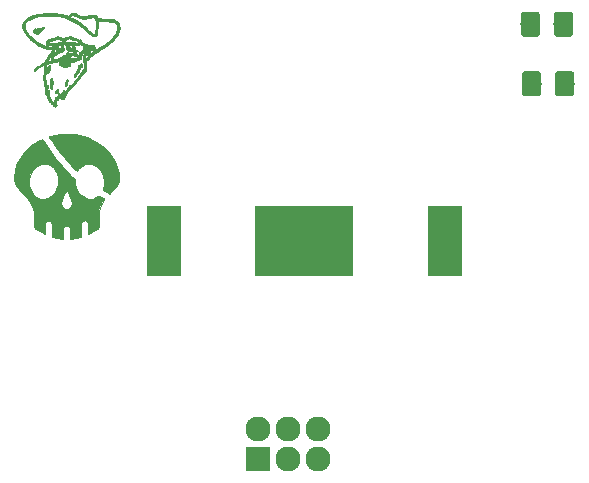
<source format=gbr>
G04 #@! TF.GenerationSoftware,KiCad,Pcbnew,(5.1.2)-1*
G04 #@! TF.CreationDate,2019-07-16T22:45:59-05:00*
G04 #@! TF.ProjectId,1ktwitter,316b7477-6974-4746-9572-2e6b69636164,rev?*
G04 #@! TF.SameCoordinates,Original*
G04 #@! TF.FileFunction,Soldermask,Bot*
G04 #@! TF.FilePolarity,Negative*
%FSLAX46Y46*%
G04 Gerber Fmt 4.6, Leading zero omitted, Abs format (unit mm)*
G04 Created by KiCad (PCBNEW (5.1.2)-1) date 2019-07-16 22:45:59*
%MOMM*%
%LPD*%
G04 APERTURE LIST*
%ADD10C,0.010000*%
%ADD11C,2.127200*%
%ADD12O,2.127200X2.127200*%
%ADD13R,2.127200X2.127200*%
%ADD14R,8.400000X5.960000*%
%ADD15R,3.000000X5.960000*%
%ADD16C,0.100000*%
%ADD17C,1.650000*%
G04 APERTURE END LIST*
D10*
G36*
X-28965583Y3336716D02*
G01*
X-28943655Y3306541D01*
X-28913537Y3262041D01*
X-28877738Y3206902D01*
X-28848641Y3160733D01*
X-28512980Y2643756D01*
X-28162373Y2147250D01*
X-27796711Y1671068D01*
X-27415885Y1215065D01*
X-27278791Y1059979D01*
X-27204116Y978343D01*
X-27115751Y884396D01*
X-27017290Y781755D01*
X-26912322Y674042D01*
X-26804439Y564876D01*
X-26697234Y457876D01*
X-26594296Y356663D01*
X-26499218Y264856D01*
X-26415591Y186075D01*
X-26373622Y147662D01*
X-26223294Y12024D01*
X-26219674Y-143213D01*
X-26203680Y-350668D01*
X-26166153Y-550699D01*
X-26108046Y-741444D01*
X-26030312Y-921043D01*
X-25933904Y-1087635D01*
X-25819775Y-1239358D01*
X-25688879Y-1374352D01*
X-25542169Y-1490756D01*
X-25522666Y-1503973D01*
X-25374243Y-1589794D01*
X-25223792Y-1650683D01*
X-25069696Y-1687106D01*
X-24910340Y-1699527D01*
X-24848208Y-1698058D01*
X-24690158Y-1679666D01*
X-24544129Y-1640192D01*
X-24406073Y-1578228D01*
X-24285088Y-1501918D01*
X-24243372Y-1472408D01*
X-24209961Y-1449563D01*
X-24189800Y-1436725D01*
X-24186293Y-1435100D01*
X-24173306Y-1440878D01*
X-24142054Y-1456779D01*
X-24096511Y-1480655D01*
X-24040649Y-1510356D01*
X-23978443Y-1543734D01*
X-23913865Y-1578640D01*
X-23850890Y-1612924D01*
X-23793490Y-1644437D01*
X-23745640Y-1671031D01*
X-23711312Y-1690557D01*
X-23694480Y-1700866D01*
X-23693658Y-1701533D01*
X-23696090Y-1715540D01*
X-23710631Y-1746057D01*
X-23734937Y-1788705D01*
X-23766668Y-1839102D01*
X-23769566Y-1843502D01*
X-23894375Y-2051368D01*
X-23995984Y-2263331D01*
X-24076474Y-2484335D01*
X-24137595Y-2717800D01*
X-24145362Y-2754111D01*
X-24151891Y-2786912D01*
X-24157319Y-2818802D01*
X-24161785Y-2852385D01*
X-24165425Y-2890260D01*
X-24168378Y-2935029D01*
X-24170780Y-2989295D01*
X-24172770Y-3055657D01*
X-24174484Y-3136719D01*
X-24176062Y-3235080D01*
X-24177639Y-3353343D01*
X-24179353Y-3494108D01*
X-24179562Y-3511550D01*
X-24181283Y-3657653D01*
X-24182829Y-3780555D01*
X-24184451Y-3882451D01*
X-24186401Y-3965536D01*
X-24188932Y-4032005D01*
X-24192295Y-4084054D01*
X-24196743Y-4123876D01*
X-24202528Y-4153668D01*
X-24209902Y-4175624D01*
X-24219116Y-4191940D01*
X-24230424Y-4204811D01*
X-24244078Y-4216431D01*
X-24260328Y-4228996D01*
X-24262124Y-4230404D01*
X-24293605Y-4252644D01*
X-24341717Y-4283407D01*
X-24403267Y-4320907D01*
X-24475058Y-4363358D01*
X-24553896Y-4408975D01*
X-24636584Y-4455972D01*
X-24719927Y-4502564D01*
X-24800731Y-4546963D01*
X-24875799Y-4587386D01*
X-24941937Y-4622046D01*
X-24995948Y-4649157D01*
X-25034638Y-4666933D01*
X-25054812Y-4673590D01*
X-25055177Y-4673600D01*
X-25058908Y-4661037D01*
X-25062283Y-4623896D01*
X-25065274Y-4562997D01*
X-25067850Y-4479157D01*
X-25069982Y-4373198D01*
X-25071640Y-4245939D01*
X-25072013Y-4206875D01*
X-25073119Y-4085717D01*
X-25074188Y-3987291D01*
X-25075395Y-3908928D01*
X-25076914Y-3847960D01*
X-25078920Y-3801720D01*
X-25081586Y-3767540D01*
X-25085088Y-3742752D01*
X-25089599Y-3724687D01*
X-25095295Y-3710679D01*
X-25102349Y-3698059D01*
X-25105626Y-3692743D01*
X-25152487Y-3633606D01*
X-25210761Y-3584289D01*
X-25272617Y-3550964D01*
X-25294356Y-3544044D01*
X-25374145Y-3536347D01*
X-25452140Y-3551452D01*
X-25523322Y-3586968D01*
X-25582671Y-3640503D01*
X-25620603Y-3699518D01*
X-25651945Y-3765550D01*
X-25657357Y-4334026D01*
X-25658640Y-4451773D01*
X-25660149Y-4561611D01*
X-25661825Y-4660953D01*
X-25663610Y-4747212D01*
X-25665447Y-4817803D01*
X-25667278Y-4870139D01*
X-25669043Y-4901632D01*
X-25670308Y-4910041D01*
X-25687617Y-4918190D01*
X-25725122Y-4930488D01*
X-25778198Y-4945705D01*
X-25842217Y-4962616D01*
X-25912550Y-4979992D01*
X-25984572Y-4996608D01*
X-26046388Y-5009771D01*
X-26154091Y-5029986D01*
X-26273839Y-5049741D01*
X-26394606Y-5067356D01*
X-26505366Y-5081153D01*
X-26537817Y-5084580D01*
X-26602484Y-5091027D01*
X-26610842Y-4785007D01*
X-26613293Y-4688910D01*
X-26615459Y-4591741D01*
X-26617231Y-4499517D01*
X-26618495Y-4418255D01*
X-26619141Y-4353974D01*
X-26619200Y-4334487D01*
X-26621087Y-4254179D01*
X-26627964Y-4193120D01*
X-26641655Y-4145355D01*
X-26663984Y-4104932D01*
X-26696774Y-4065897D01*
X-26703649Y-4058840D01*
X-26767970Y-4010533D01*
X-26840959Y-3983339D01*
X-26917918Y-3976773D01*
X-26994153Y-3990348D01*
X-27064968Y-4023578D01*
X-27125665Y-4075976D01*
X-27147885Y-4104869D01*
X-27187619Y-4163856D01*
X-27197033Y-4621928D01*
X-27206446Y-5080000D01*
X-27271598Y-5079941D01*
X-27352000Y-5075809D01*
X-27453306Y-5063907D01*
X-27572425Y-5044789D01*
X-27706264Y-5019011D01*
X-27851732Y-4987127D01*
X-28005736Y-4949693D01*
X-28025250Y-4944698D01*
X-28154949Y-4911315D01*
X-28158600Y-4325732D01*
X-28159446Y-4184662D01*
X-28160282Y-4066620D01*
X-28161420Y-3969234D01*
X-28163175Y-3890134D01*
X-28165859Y-3826949D01*
X-28169785Y-3777310D01*
X-28175268Y-3738845D01*
X-28182620Y-3709183D01*
X-28192155Y-3685955D01*
X-28204187Y-3666789D01*
X-28219027Y-3649315D01*
X-28236991Y-3631162D01*
X-28252419Y-3615957D01*
X-28316222Y-3569037D01*
X-28388971Y-3543034D01*
X-28465726Y-3537594D01*
X-28541547Y-3552364D01*
X-28611495Y-3586993D01*
X-28670631Y-3641127D01*
X-28674603Y-3646105D01*
X-28691280Y-3667799D01*
X-28704854Y-3687683D01*
X-28715646Y-3708533D01*
X-28723974Y-3733127D01*
X-28730158Y-3764239D01*
X-28734517Y-3804646D01*
X-28737369Y-3857125D01*
X-28739035Y-3924450D01*
X-28739832Y-4009398D01*
X-28740082Y-4114746D01*
X-28740100Y-4215769D01*
X-28740326Y-4344037D01*
X-28741037Y-4448566D01*
X-28742289Y-4531015D01*
X-28744134Y-4593039D01*
X-28746626Y-4636297D01*
X-28749820Y-4662446D01*
X-28753768Y-4673144D01*
X-28754923Y-4673600D01*
X-28777474Y-4667157D01*
X-28818399Y-4649042D01*
X-28874553Y-4621077D01*
X-28942791Y-4585083D01*
X-29019966Y-4542881D01*
X-29102934Y-4496293D01*
X-29188549Y-4447140D01*
X-29273666Y-4397244D01*
X-29355139Y-4348425D01*
X-29429822Y-4302506D01*
X-29494571Y-4261307D01*
X-29546240Y-4226649D01*
X-29581683Y-4200355D01*
X-29596411Y-4186341D01*
X-29602528Y-4177395D01*
X-29607654Y-4166855D01*
X-29611910Y-4152457D01*
X-29615412Y-4131937D01*
X-29618282Y-4103032D01*
X-29620636Y-4063479D01*
X-29622595Y-4011013D01*
X-29624277Y-3943373D01*
X-29625800Y-3858294D01*
X-29627285Y-3753512D01*
X-29628849Y-3626765D01*
X-29629727Y-3551918D01*
X-29636704Y-2952750D01*
X-29688703Y-2755900D01*
X-29734101Y-2597950D01*
X-29783409Y-2455801D01*
X-29840267Y-2319854D01*
X-29903177Y-2190454D01*
X-29946874Y-2107963D01*
X-29966074Y-2074129D01*
X-27362931Y-2074129D01*
X-27360346Y-2115910D01*
X-27350917Y-2155426D01*
X-27335162Y-2196193D01*
X-27328998Y-2209800D01*
X-27288278Y-2280779D01*
X-27232455Y-2355399D01*
X-27168681Y-2425057D01*
X-27104107Y-2481150D01*
X-27102336Y-2482457D01*
X-27024115Y-2530496D01*
X-26949954Y-2555100D01*
X-26875609Y-2556837D01*
X-26796838Y-2536275D01*
X-26773341Y-2526569D01*
X-26723365Y-2496191D01*
X-26667179Y-2448704D01*
X-26609996Y-2389689D01*
X-26557030Y-2324724D01*
X-26513491Y-2259387D01*
X-26499345Y-2233324D01*
X-26469005Y-2160940D01*
X-26454719Y-2092840D01*
X-26456314Y-2022185D01*
X-26473619Y-1942138D01*
X-26490649Y-1889101D01*
X-26507866Y-1841260D01*
X-26531678Y-1777210D01*
X-26560480Y-1701078D01*
X-26592665Y-1616991D01*
X-26626628Y-1529077D01*
X-26660763Y-1441461D01*
X-26693464Y-1358273D01*
X-26723125Y-1283638D01*
X-26748141Y-1221684D01*
X-26766905Y-1176538D01*
X-26775332Y-1157422D01*
X-26810353Y-1103773D01*
X-26854011Y-1069656D01*
X-26902257Y-1056376D01*
X-26951039Y-1065238D01*
X-26987592Y-1089025D01*
X-27000650Y-1102968D01*
X-27014679Y-1122868D01*
X-27030560Y-1150764D01*
X-27049173Y-1188695D01*
X-27071399Y-1238701D01*
X-27098119Y-1302822D01*
X-27130214Y-1383096D01*
X-27168566Y-1481564D01*
X-27214055Y-1600263D01*
X-27255036Y-1708150D01*
X-27294452Y-1814012D01*
X-27324432Y-1900025D01*
X-27345492Y-1969703D01*
X-27358152Y-2026566D01*
X-27362931Y-2074129D01*
X-29966074Y-2074129D01*
X-29990636Y-2030848D01*
X-30036380Y-1956608D01*
X-30086025Y-1882741D01*
X-30141488Y-1806744D01*
X-30204686Y-1726115D01*
X-30277537Y-1638352D01*
X-30361959Y-1540954D01*
X-30459869Y-1431417D01*
X-30573186Y-1307241D01*
X-30614208Y-1262710D01*
X-30684420Y-1186323D01*
X-30753437Y-1110662D01*
X-30818114Y-1039216D01*
X-30875304Y-975479D01*
X-30921863Y-922939D01*
X-30954646Y-885090D01*
X-30957497Y-881710D01*
X-31077102Y-725843D01*
X-31176301Y-567898D01*
X-31254067Y-409978D01*
X-31291403Y-304800D01*
X-30079623Y-304800D01*
X-30078605Y-413326D01*
X-30074575Y-503313D01*
X-30066595Y-581533D01*
X-30053730Y-654762D01*
X-30035042Y-729773D01*
X-30009596Y-813342D01*
X-30009137Y-814761D01*
X-29940870Y-989660D01*
X-29855078Y-1148452D01*
X-29752883Y-1290036D01*
X-29635408Y-1413314D01*
X-29503773Y-1517187D01*
X-29359102Y-1600556D01*
X-29202516Y-1662321D01*
X-29121100Y-1684527D01*
X-29061231Y-1693404D01*
X-28984075Y-1697399D01*
X-28897210Y-1696815D01*
X-28808214Y-1691955D01*
X-28724664Y-1683125D01*
X-28654140Y-1670626D01*
X-28632150Y-1664925D01*
X-28493956Y-1613758D01*
X-28355135Y-1542384D01*
X-28222144Y-1454990D01*
X-28101436Y-1355763D01*
X-28010010Y-1261407D01*
X-27882618Y-1094239D01*
X-27778702Y-917431D01*
X-27698232Y-730900D01*
X-27641176Y-534562D01*
X-27607505Y-328332D01*
X-27597149Y-125488D01*
X-27605476Y62756D01*
X-27631306Y236517D01*
X-27675749Y400712D01*
X-27739912Y560258D01*
X-27761968Y605570D01*
X-27852971Y760729D01*
X-27958040Y895874D01*
X-28075359Y1010686D01*
X-28203112Y1104844D01*
X-28339483Y1178026D01*
X-28482658Y1229914D01*
X-28630821Y1260185D01*
X-28782157Y1268521D01*
X-28934850Y1254599D01*
X-29087085Y1218100D01*
X-29237046Y1158704D01*
X-29382918Y1076089D01*
X-29522886Y969936D01*
X-29572254Y925161D01*
X-29707252Y780252D01*
X-29822161Y620842D01*
X-29917377Y446207D01*
X-29993294Y255624D01*
X-30050106Y49283D01*
X-30061652Y-7406D01*
X-30069817Y-60617D01*
X-30075145Y-116892D01*
X-30078181Y-182771D01*
X-30079472Y-264796D01*
X-30079623Y-304800D01*
X-31291403Y-304800D01*
X-31309370Y-254186D01*
X-31341183Y-102624D01*
X-31342140Y-95179D01*
X-31348231Y-5344D01*
X-31347270Y103674D01*
X-31339773Y226813D01*
X-31326256Y359009D01*
X-31307235Y495198D01*
X-31283225Y630318D01*
X-31255313Y756983D01*
X-31173730Y1037163D01*
X-31068332Y1310257D01*
X-30940018Y1575026D01*
X-30789692Y1830235D01*
X-30618253Y2074645D01*
X-30426604Y2307020D01*
X-30215646Y2526122D01*
X-29986280Y2730715D01*
X-29739407Y2919561D01*
X-29620802Y3000417D01*
X-29541477Y3051224D01*
X-29457346Y3102818D01*
X-29371441Y3153558D01*
X-29286791Y3201805D01*
X-29206426Y3245920D01*
X-29133376Y3284263D01*
X-29070671Y3315194D01*
X-29021340Y3337075D01*
X-28988414Y3348265D01*
X-28976810Y3348883D01*
X-28965583Y3336716D01*
X-28965583Y3336716D01*
G37*
X-28965583Y3336716D02*
X-28943655Y3306541D01*
X-28913537Y3262041D01*
X-28877738Y3206902D01*
X-28848641Y3160733D01*
X-28512980Y2643756D01*
X-28162373Y2147250D01*
X-27796711Y1671068D01*
X-27415885Y1215065D01*
X-27278791Y1059979D01*
X-27204116Y978343D01*
X-27115751Y884396D01*
X-27017290Y781755D01*
X-26912322Y674042D01*
X-26804439Y564876D01*
X-26697234Y457876D01*
X-26594296Y356663D01*
X-26499218Y264856D01*
X-26415591Y186075D01*
X-26373622Y147662D01*
X-26223294Y12024D01*
X-26219674Y-143213D01*
X-26203680Y-350668D01*
X-26166153Y-550699D01*
X-26108046Y-741444D01*
X-26030312Y-921043D01*
X-25933904Y-1087635D01*
X-25819775Y-1239358D01*
X-25688879Y-1374352D01*
X-25542169Y-1490756D01*
X-25522666Y-1503973D01*
X-25374243Y-1589794D01*
X-25223792Y-1650683D01*
X-25069696Y-1687106D01*
X-24910340Y-1699527D01*
X-24848208Y-1698058D01*
X-24690158Y-1679666D01*
X-24544129Y-1640192D01*
X-24406073Y-1578228D01*
X-24285088Y-1501918D01*
X-24243372Y-1472408D01*
X-24209961Y-1449563D01*
X-24189800Y-1436725D01*
X-24186293Y-1435100D01*
X-24173306Y-1440878D01*
X-24142054Y-1456779D01*
X-24096511Y-1480655D01*
X-24040649Y-1510356D01*
X-23978443Y-1543734D01*
X-23913865Y-1578640D01*
X-23850890Y-1612924D01*
X-23793490Y-1644437D01*
X-23745640Y-1671031D01*
X-23711312Y-1690557D01*
X-23694480Y-1700866D01*
X-23693658Y-1701533D01*
X-23696090Y-1715540D01*
X-23710631Y-1746057D01*
X-23734937Y-1788705D01*
X-23766668Y-1839102D01*
X-23769566Y-1843502D01*
X-23894375Y-2051368D01*
X-23995984Y-2263331D01*
X-24076474Y-2484335D01*
X-24137595Y-2717800D01*
X-24145362Y-2754111D01*
X-24151891Y-2786912D01*
X-24157319Y-2818802D01*
X-24161785Y-2852385D01*
X-24165425Y-2890260D01*
X-24168378Y-2935029D01*
X-24170780Y-2989295D01*
X-24172770Y-3055657D01*
X-24174484Y-3136719D01*
X-24176062Y-3235080D01*
X-24177639Y-3353343D01*
X-24179353Y-3494108D01*
X-24179562Y-3511550D01*
X-24181283Y-3657653D01*
X-24182829Y-3780555D01*
X-24184451Y-3882451D01*
X-24186401Y-3965536D01*
X-24188932Y-4032005D01*
X-24192295Y-4084054D01*
X-24196743Y-4123876D01*
X-24202528Y-4153668D01*
X-24209902Y-4175624D01*
X-24219116Y-4191940D01*
X-24230424Y-4204811D01*
X-24244078Y-4216431D01*
X-24260328Y-4228996D01*
X-24262124Y-4230404D01*
X-24293605Y-4252644D01*
X-24341717Y-4283407D01*
X-24403267Y-4320907D01*
X-24475058Y-4363358D01*
X-24553896Y-4408975D01*
X-24636584Y-4455972D01*
X-24719927Y-4502564D01*
X-24800731Y-4546963D01*
X-24875799Y-4587386D01*
X-24941937Y-4622046D01*
X-24995948Y-4649157D01*
X-25034638Y-4666933D01*
X-25054812Y-4673590D01*
X-25055177Y-4673600D01*
X-25058908Y-4661037D01*
X-25062283Y-4623896D01*
X-25065274Y-4562997D01*
X-25067850Y-4479157D01*
X-25069982Y-4373198D01*
X-25071640Y-4245939D01*
X-25072013Y-4206875D01*
X-25073119Y-4085717D01*
X-25074188Y-3987291D01*
X-25075395Y-3908928D01*
X-25076914Y-3847960D01*
X-25078920Y-3801720D01*
X-25081586Y-3767540D01*
X-25085088Y-3742752D01*
X-25089599Y-3724687D01*
X-25095295Y-3710679D01*
X-25102349Y-3698059D01*
X-25105626Y-3692743D01*
X-25152487Y-3633606D01*
X-25210761Y-3584289D01*
X-25272617Y-3550964D01*
X-25294356Y-3544044D01*
X-25374145Y-3536347D01*
X-25452140Y-3551452D01*
X-25523322Y-3586968D01*
X-25582671Y-3640503D01*
X-25620603Y-3699518D01*
X-25651945Y-3765550D01*
X-25657357Y-4334026D01*
X-25658640Y-4451773D01*
X-25660149Y-4561611D01*
X-25661825Y-4660953D01*
X-25663610Y-4747212D01*
X-25665447Y-4817803D01*
X-25667278Y-4870139D01*
X-25669043Y-4901632D01*
X-25670308Y-4910041D01*
X-25687617Y-4918190D01*
X-25725122Y-4930488D01*
X-25778198Y-4945705D01*
X-25842217Y-4962616D01*
X-25912550Y-4979992D01*
X-25984572Y-4996608D01*
X-26046388Y-5009771D01*
X-26154091Y-5029986D01*
X-26273839Y-5049741D01*
X-26394606Y-5067356D01*
X-26505366Y-5081153D01*
X-26537817Y-5084580D01*
X-26602484Y-5091027D01*
X-26610842Y-4785007D01*
X-26613293Y-4688910D01*
X-26615459Y-4591741D01*
X-26617231Y-4499517D01*
X-26618495Y-4418255D01*
X-26619141Y-4353974D01*
X-26619200Y-4334487D01*
X-26621087Y-4254179D01*
X-26627964Y-4193120D01*
X-26641655Y-4145355D01*
X-26663984Y-4104932D01*
X-26696774Y-4065897D01*
X-26703649Y-4058840D01*
X-26767970Y-4010533D01*
X-26840959Y-3983339D01*
X-26917918Y-3976773D01*
X-26994153Y-3990348D01*
X-27064968Y-4023578D01*
X-27125665Y-4075976D01*
X-27147885Y-4104869D01*
X-27187619Y-4163856D01*
X-27197033Y-4621928D01*
X-27206446Y-5080000D01*
X-27271598Y-5079941D01*
X-27352000Y-5075809D01*
X-27453306Y-5063907D01*
X-27572425Y-5044789D01*
X-27706264Y-5019011D01*
X-27851732Y-4987127D01*
X-28005736Y-4949693D01*
X-28025250Y-4944698D01*
X-28154949Y-4911315D01*
X-28158600Y-4325732D01*
X-28159446Y-4184662D01*
X-28160282Y-4066620D01*
X-28161420Y-3969234D01*
X-28163175Y-3890134D01*
X-28165859Y-3826949D01*
X-28169785Y-3777310D01*
X-28175268Y-3738845D01*
X-28182620Y-3709183D01*
X-28192155Y-3685955D01*
X-28204187Y-3666789D01*
X-28219027Y-3649315D01*
X-28236991Y-3631162D01*
X-28252419Y-3615957D01*
X-28316222Y-3569037D01*
X-28388971Y-3543034D01*
X-28465726Y-3537594D01*
X-28541547Y-3552364D01*
X-28611495Y-3586993D01*
X-28670631Y-3641127D01*
X-28674603Y-3646105D01*
X-28691280Y-3667799D01*
X-28704854Y-3687683D01*
X-28715646Y-3708533D01*
X-28723974Y-3733127D01*
X-28730158Y-3764239D01*
X-28734517Y-3804646D01*
X-28737369Y-3857125D01*
X-28739035Y-3924450D01*
X-28739832Y-4009398D01*
X-28740082Y-4114746D01*
X-28740100Y-4215769D01*
X-28740326Y-4344037D01*
X-28741037Y-4448566D01*
X-28742289Y-4531015D01*
X-28744134Y-4593039D01*
X-28746626Y-4636297D01*
X-28749820Y-4662446D01*
X-28753768Y-4673144D01*
X-28754923Y-4673600D01*
X-28777474Y-4667157D01*
X-28818399Y-4649042D01*
X-28874553Y-4621077D01*
X-28942791Y-4585083D01*
X-29019966Y-4542881D01*
X-29102934Y-4496293D01*
X-29188549Y-4447140D01*
X-29273666Y-4397244D01*
X-29355139Y-4348425D01*
X-29429822Y-4302506D01*
X-29494571Y-4261307D01*
X-29546240Y-4226649D01*
X-29581683Y-4200355D01*
X-29596411Y-4186341D01*
X-29602528Y-4177395D01*
X-29607654Y-4166855D01*
X-29611910Y-4152457D01*
X-29615412Y-4131937D01*
X-29618282Y-4103032D01*
X-29620636Y-4063479D01*
X-29622595Y-4011013D01*
X-29624277Y-3943373D01*
X-29625800Y-3858294D01*
X-29627285Y-3753512D01*
X-29628849Y-3626765D01*
X-29629727Y-3551918D01*
X-29636704Y-2952750D01*
X-29688703Y-2755900D01*
X-29734101Y-2597950D01*
X-29783409Y-2455801D01*
X-29840267Y-2319854D01*
X-29903177Y-2190454D01*
X-29946874Y-2107963D01*
X-29966074Y-2074129D01*
X-27362931Y-2074129D01*
X-27360346Y-2115910D01*
X-27350917Y-2155426D01*
X-27335162Y-2196193D01*
X-27328998Y-2209800D01*
X-27288278Y-2280779D01*
X-27232455Y-2355399D01*
X-27168681Y-2425057D01*
X-27104107Y-2481150D01*
X-27102336Y-2482457D01*
X-27024115Y-2530496D01*
X-26949954Y-2555100D01*
X-26875609Y-2556837D01*
X-26796838Y-2536275D01*
X-26773341Y-2526569D01*
X-26723365Y-2496191D01*
X-26667179Y-2448704D01*
X-26609996Y-2389689D01*
X-26557030Y-2324724D01*
X-26513491Y-2259387D01*
X-26499345Y-2233324D01*
X-26469005Y-2160940D01*
X-26454719Y-2092840D01*
X-26456314Y-2022185D01*
X-26473619Y-1942138D01*
X-26490649Y-1889101D01*
X-26507866Y-1841260D01*
X-26531678Y-1777210D01*
X-26560480Y-1701078D01*
X-26592665Y-1616991D01*
X-26626628Y-1529077D01*
X-26660763Y-1441461D01*
X-26693464Y-1358273D01*
X-26723125Y-1283638D01*
X-26748141Y-1221684D01*
X-26766905Y-1176538D01*
X-26775332Y-1157422D01*
X-26810353Y-1103773D01*
X-26854011Y-1069656D01*
X-26902257Y-1056376D01*
X-26951039Y-1065238D01*
X-26987592Y-1089025D01*
X-27000650Y-1102968D01*
X-27014679Y-1122868D01*
X-27030560Y-1150764D01*
X-27049173Y-1188695D01*
X-27071399Y-1238701D01*
X-27098119Y-1302822D01*
X-27130214Y-1383096D01*
X-27168566Y-1481564D01*
X-27214055Y-1600263D01*
X-27255036Y-1708150D01*
X-27294452Y-1814012D01*
X-27324432Y-1900025D01*
X-27345492Y-1969703D01*
X-27358152Y-2026566D01*
X-27362931Y-2074129D01*
X-29966074Y-2074129D01*
X-29990636Y-2030848D01*
X-30036380Y-1956608D01*
X-30086025Y-1882741D01*
X-30141488Y-1806744D01*
X-30204686Y-1726115D01*
X-30277537Y-1638352D01*
X-30361959Y-1540954D01*
X-30459869Y-1431417D01*
X-30573186Y-1307241D01*
X-30614208Y-1262710D01*
X-30684420Y-1186323D01*
X-30753437Y-1110662D01*
X-30818114Y-1039216D01*
X-30875304Y-975479D01*
X-30921863Y-922939D01*
X-30954646Y-885090D01*
X-30957497Y-881710D01*
X-31077102Y-725843D01*
X-31176301Y-567898D01*
X-31254067Y-409978D01*
X-31291403Y-304800D01*
X-30079623Y-304800D01*
X-30078605Y-413326D01*
X-30074575Y-503313D01*
X-30066595Y-581533D01*
X-30053730Y-654762D01*
X-30035042Y-729773D01*
X-30009596Y-813342D01*
X-30009137Y-814761D01*
X-29940870Y-989660D01*
X-29855078Y-1148452D01*
X-29752883Y-1290036D01*
X-29635408Y-1413314D01*
X-29503773Y-1517187D01*
X-29359102Y-1600556D01*
X-29202516Y-1662321D01*
X-29121100Y-1684527D01*
X-29061231Y-1693404D01*
X-28984075Y-1697399D01*
X-28897210Y-1696815D01*
X-28808214Y-1691955D01*
X-28724664Y-1683125D01*
X-28654140Y-1670626D01*
X-28632150Y-1664925D01*
X-28493956Y-1613758D01*
X-28355135Y-1542384D01*
X-28222144Y-1454990D01*
X-28101436Y-1355763D01*
X-28010010Y-1261407D01*
X-27882618Y-1094239D01*
X-27778702Y-917431D01*
X-27698232Y-730900D01*
X-27641176Y-534562D01*
X-27607505Y-328332D01*
X-27597149Y-125488D01*
X-27605476Y62756D01*
X-27631306Y236517D01*
X-27675749Y400712D01*
X-27739912Y560258D01*
X-27761968Y605570D01*
X-27852971Y760729D01*
X-27958040Y895874D01*
X-28075359Y1010686D01*
X-28203112Y1104844D01*
X-28339483Y1178026D01*
X-28482658Y1229914D01*
X-28630821Y1260185D01*
X-28782157Y1268521D01*
X-28934850Y1254599D01*
X-29087085Y1218100D01*
X-29237046Y1158704D01*
X-29382918Y1076089D01*
X-29522886Y969936D01*
X-29572254Y925161D01*
X-29707252Y780252D01*
X-29822161Y620842D01*
X-29917377Y446207D01*
X-29993294Y255624D01*
X-30050106Y49283D01*
X-30061652Y-7406D01*
X-30069817Y-60617D01*
X-30075145Y-116892D01*
X-30078181Y-182771D01*
X-30079472Y-264796D01*
X-30079623Y-304800D01*
X-31291403Y-304800D01*
X-31309370Y-254186D01*
X-31341183Y-102624D01*
X-31342140Y-95179D01*
X-31348231Y-5344D01*
X-31347270Y103674D01*
X-31339773Y226813D01*
X-31326256Y359009D01*
X-31307235Y495198D01*
X-31283225Y630318D01*
X-31255313Y756983D01*
X-31173730Y1037163D01*
X-31068332Y1310257D01*
X-30940018Y1575026D01*
X-30789692Y1830235D01*
X-30618253Y2074645D01*
X-30426604Y2307020D01*
X-30215646Y2526122D01*
X-29986280Y2730715D01*
X-29739407Y2919561D01*
X-29620802Y3000417D01*
X-29541477Y3051224D01*
X-29457346Y3102818D01*
X-29371441Y3153558D01*
X-29286791Y3201805D01*
X-29206426Y3245920D01*
X-29133376Y3284263D01*
X-29070671Y3315194D01*
X-29021340Y3337075D01*
X-28988414Y3348265D01*
X-28976810Y3348883D01*
X-28965583Y3336716D01*
G36*
X-23266400Y-1263650D02*
G01*
X-23272750Y-1270000D01*
X-23279100Y-1263650D01*
X-23272750Y-1257300D01*
X-23266400Y-1263650D01*
X-23266400Y-1263650D01*
G37*
X-23266400Y-1263650D02*
X-23272750Y-1270000D01*
X-23279100Y-1263650D01*
X-23272750Y-1257300D01*
X-23266400Y-1263650D01*
G36*
X-26752645Y3794382D02*
G01*
X-26632839Y3791385D01*
X-26530968Y3785864D01*
X-26530300Y3785814D01*
X-26175352Y3747156D01*
X-25829035Y3685587D01*
X-25492226Y3601426D01*
X-25165805Y3494991D01*
X-24850649Y3366603D01*
X-24547634Y3216580D01*
X-24257640Y3045243D01*
X-23995272Y2863221D01*
X-23746554Y2662763D01*
X-23518225Y2448965D01*
X-23310785Y2222556D01*
X-23124735Y1984266D01*
X-22960574Y1734826D01*
X-22818804Y1474965D01*
X-22699924Y1205412D01*
X-22604436Y926899D01*
X-22563073Y774241D01*
X-22528706Y624284D01*
X-22503507Y487684D01*
X-22486100Y354692D01*
X-22475110Y215556D01*
X-22470871Y120650D01*
X-22468482Y42799D01*
X-22467727Y-15604D01*
X-22469097Y-60486D01*
X-22473083Y-97774D01*
X-22480175Y-133395D01*
X-22490864Y-173274D01*
X-22496926Y-194013D01*
X-22556967Y-354961D01*
X-22642314Y-517343D01*
X-22752920Y-681079D01*
X-22870474Y-825500D01*
X-22905138Y-864026D01*
X-22949050Y-911395D01*
X-22999254Y-964570D01*
X-23052791Y-1020518D01*
X-23106706Y-1076200D01*
X-23158041Y-1128581D01*
X-23203839Y-1174627D01*
X-23241143Y-1211299D01*
X-23266996Y-1235564D01*
X-23278442Y-1244384D01*
X-23278473Y-1244384D01*
X-23291278Y-1238699D01*
X-23323256Y-1222902D01*
X-23371088Y-1198678D01*
X-23431455Y-1167714D01*
X-23501038Y-1131697D01*
X-23534630Y-1114209D01*
X-23609117Y-1075150D01*
X-23677469Y-1038912D01*
X-23735943Y-1007511D01*
X-23780795Y-982963D01*
X-23808282Y-967286D01*
X-23813470Y-964022D01*
X-23843130Y-943795D01*
X-23808599Y-830672D01*
X-23757139Y-623347D01*
X-23730558Y-418820D01*
X-23728801Y-215065D01*
X-23751810Y-10052D01*
X-23781603Y131224D01*
X-23840874Y320896D01*
X-23920737Y500179D01*
X-24019625Y666790D01*
X-24135971Y818451D01*
X-24268208Y952879D01*
X-24414771Y1067794D01*
X-24433762Y1080504D01*
X-24575870Y1159993D01*
X-24725778Y1217970D01*
X-24880433Y1254138D01*
X-25036785Y1268201D01*
X-25191780Y1259860D01*
X-25342366Y1228819D01*
X-25471135Y1181441D01*
X-25593350Y1114349D01*
X-25713380Y1026280D01*
X-25826362Y921511D01*
X-25927434Y804325D01*
X-25974986Y737933D01*
X-26046068Y631315D01*
X-26340234Y922083D01*
X-26625422Y1212441D01*
X-26897834Y1507547D01*
X-27159995Y1810562D01*
X-27414427Y2124649D01*
X-27663655Y2452968D01*
X-27910201Y2798683D01*
X-28156589Y3164955D01*
X-28269214Y3339093D01*
X-28320004Y3420028D01*
X-28358908Y3485216D01*
X-28385185Y3533324D01*
X-28398099Y3563021D01*
X-28398562Y3572419D01*
X-28376562Y3584320D01*
X-28332823Y3599511D01*
X-28270684Y3617268D01*
X-28193487Y3636871D01*
X-28104571Y3657596D01*
X-28007279Y3678721D01*
X-27904950Y3699523D01*
X-27800926Y3719281D01*
X-27698547Y3737271D01*
X-27601155Y3752772D01*
X-27512090Y3765061D01*
X-27501850Y3766318D01*
X-27404281Y3775857D01*
X-27287549Y3783616D01*
X-27157836Y3789473D01*
X-27021326Y3793302D01*
X-26884201Y3794980D01*
X-26752645Y3794382D01*
X-26752645Y3794382D01*
G37*
X-26752645Y3794382D02*
X-26632839Y3791385D01*
X-26530968Y3785864D01*
X-26530300Y3785814D01*
X-26175352Y3747156D01*
X-25829035Y3685587D01*
X-25492226Y3601426D01*
X-25165805Y3494991D01*
X-24850649Y3366603D01*
X-24547634Y3216580D01*
X-24257640Y3045243D01*
X-23995272Y2863221D01*
X-23746554Y2662763D01*
X-23518225Y2448965D01*
X-23310785Y2222556D01*
X-23124735Y1984266D01*
X-22960574Y1734826D01*
X-22818804Y1474965D01*
X-22699924Y1205412D01*
X-22604436Y926899D01*
X-22563073Y774241D01*
X-22528706Y624284D01*
X-22503507Y487684D01*
X-22486100Y354692D01*
X-22475110Y215556D01*
X-22470871Y120650D01*
X-22468482Y42799D01*
X-22467727Y-15604D01*
X-22469097Y-60486D01*
X-22473083Y-97774D01*
X-22480175Y-133395D01*
X-22490864Y-173274D01*
X-22496926Y-194013D01*
X-22556967Y-354961D01*
X-22642314Y-517343D01*
X-22752920Y-681079D01*
X-22870474Y-825500D01*
X-22905138Y-864026D01*
X-22949050Y-911395D01*
X-22999254Y-964570D01*
X-23052791Y-1020518D01*
X-23106706Y-1076200D01*
X-23158041Y-1128581D01*
X-23203839Y-1174627D01*
X-23241143Y-1211299D01*
X-23266996Y-1235564D01*
X-23278442Y-1244384D01*
X-23278473Y-1244384D01*
X-23291278Y-1238699D01*
X-23323256Y-1222902D01*
X-23371088Y-1198678D01*
X-23431455Y-1167714D01*
X-23501038Y-1131697D01*
X-23534630Y-1114209D01*
X-23609117Y-1075150D01*
X-23677469Y-1038912D01*
X-23735943Y-1007511D01*
X-23780795Y-982963D01*
X-23808282Y-967286D01*
X-23813470Y-964022D01*
X-23843130Y-943795D01*
X-23808599Y-830672D01*
X-23757139Y-623347D01*
X-23730558Y-418820D01*
X-23728801Y-215065D01*
X-23751810Y-10052D01*
X-23781603Y131224D01*
X-23840874Y320896D01*
X-23920737Y500179D01*
X-24019625Y666790D01*
X-24135971Y818451D01*
X-24268208Y952879D01*
X-24414771Y1067794D01*
X-24433762Y1080504D01*
X-24575870Y1159993D01*
X-24725778Y1217970D01*
X-24880433Y1254138D01*
X-25036785Y1268201D01*
X-25191780Y1259860D01*
X-25342366Y1228819D01*
X-25471135Y1181441D01*
X-25593350Y1114349D01*
X-25713380Y1026280D01*
X-25826362Y921511D01*
X-25927434Y804325D01*
X-25974986Y737933D01*
X-26046068Y631315D01*
X-26340234Y922083D01*
X-26625422Y1212441D01*
X-26897834Y1507547D01*
X-27159995Y1810562D01*
X-27414427Y2124649D01*
X-27663655Y2452968D01*
X-27910201Y2798683D01*
X-28156589Y3164955D01*
X-28269214Y3339093D01*
X-28320004Y3420028D01*
X-28358908Y3485216D01*
X-28385185Y3533324D01*
X-28398099Y3563021D01*
X-28398562Y3572419D01*
X-28376562Y3584320D01*
X-28332823Y3599511D01*
X-28270684Y3617268D01*
X-28193487Y3636871D01*
X-28104571Y3657596D01*
X-28007279Y3678721D01*
X-27904950Y3699523D01*
X-27800926Y3719281D01*
X-27698547Y3737271D01*
X-27601155Y3752772D01*
X-27512090Y3765061D01*
X-27501850Y3766318D01*
X-27404281Y3775857D01*
X-27287549Y3783616D01*
X-27157836Y3789473D01*
X-27021326Y3793302D01*
X-26884201Y3794980D01*
X-26752645Y3794382D01*
G36*
X-26340700Y14062154D02*
G01*
X-26289990Y14049652D01*
X-26227585Y14027920D01*
X-26150561Y13995996D01*
X-26055993Y13952920D01*
X-25996900Y13924828D01*
X-25898422Y13878258D01*
X-25817323Y13842363D01*
X-25748542Y13815927D01*
X-25687012Y13797737D01*
X-25627671Y13786577D01*
X-25565453Y13781232D01*
X-25495294Y13780487D01*
X-25412131Y13783127D01*
X-25407183Y13783342D01*
X-25321279Y13788674D01*
X-25244102Y13797502D01*
X-25165350Y13811382D01*
X-25074720Y13831870D01*
X-25057100Y13836194D01*
X-24921320Y13866503D01*
X-24806000Y13884951D01*
X-24709238Y13891724D01*
X-24629135Y13887010D01*
X-24598721Y13881355D01*
X-24521386Y13858090D01*
X-24449490Y13826629D01*
X-24386964Y13789651D01*
X-24337741Y13749837D01*
X-24305751Y13709867D01*
X-24294906Y13674284D01*
X-24289906Y13642964D01*
X-24273189Y13619411D01*
X-24241436Y13601881D01*
X-24191331Y13588630D01*
X-24119554Y13577916D01*
X-24109160Y13576699D01*
X-24053641Y13571898D01*
X-23981349Y13567886D01*
X-23900903Y13565032D01*
X-23820926Y13563708D01*
X-23806150Y13563660D01*
X-23688699Y13562168D01*
X-23564846Y13558114D01*
X-23440496Y13551866D01*
X-23321549Y13543791D01*
X-23213911Y13534258D01*
X-23123483Y13523633D01*
X-23094420Y13519315D01*
X-22941303Y13487595D01*
X-22810265Y13444424D01*
X-22700172Y13388661D01*
X-22609889Y13319164D01*
X-22538281Y13234789D01*
X-22484213Y13134397D01*
X-22446551Y13016843D01*
X-22424159Y12880987D01*
X-22420596Y12841174D01*
X-22419574Y12720316D01*
X-22435387Y12598948D01*
X-22468878Y12474943D01*
X-22520890Y12346176D01*
X-22592269Y12210518D01*
X-22683856Y12065842D01*
X-22782783Y11928129D01*
X-22822988Y11875648D01*
X-22862413Y11826508D01*
X-22902498Y11779573D01*
X-22944686Y11733704D01*
X-22990417Y11687765D01*
X-23041134Y11640620D01*
X-23098278Y11591131D01*
X-23163290Y11538162D01*
X-23237612Y11480575D01*
X-23322686Y11417234D01*
X-23419953Y11347002D01*
X-23530855Y11268742D01*
X-23656833Y11181318D01*
X-23799330Y11083591D01*
X-23959785Y10974426D01*
X-24139642Y10852685D01*
X-24187150Y10820595D01*
X-24340012Y10716977D01*
X-24473049Y10625826D01*
X-24587823Y10545903D01*
X-24685894Y10475970D01*
X-24768824Y10414789D01*
X-24838173Y10361122D01*
X-24895503Y10313731D01*
X-24942373Y10271376D01*
X-24980346Y10232821D01*
X-25010982Y10196826D01*
X-25035843Y10162153D01*
X-25053131Y10133630D01*
X-25091879Y10075554D01*
X-25133744Y10038022D01*
X-25185005Y10016375D01*
X-25220509Y10009403D01*
X-25279350Y10001036D01*
X-25282386Y9931293D01*
X-25282353Y9899287D01*
X-25280649Y9846337D01*
X-25277490Y9776830D01*
X-25273089Y9695152D01*
X-25267661Y9605690D01*
X-25263153Y9537700D01*
X-25240885Y9213850D01*
X-25376965Y9055100D01*
X-25432253Y8989632D01*
X-25496791Y8911380D01*
X-25571474Y8819222D01*
X-25657197Y8712035D01*
X-25754854Y8588695D01*
X-25865339Y8448079D01*
X-25989549Y8289064D01*
X-26085800Y8165356D01*
X-26168616Y8061217D01*
X-26247889Y7966255D01*
X-26321873Y7882303D01*
X-26388818Y7811195D01*
X-26446978Y7754763D01*
X-26494604Y7714842D01*
X-26529947Y7693265D01*
X-26538598Y7690487D01*
X-26579812Y7671366D01*
X-26628584Y7631354D01*
X-26683020Y7573136D01*
X-26741229Y7499398D01*
X-26801319Y7412827D01*
X-26861399Y7316107D01*
X-26919576Y7211926D01*
X-26973958Y7102968D01*
X-27011218Y7019492D01*
X-27038639Y6956391D01*
X-27066098Y6896219D01*
X-27090348Y6845914D01*
X-27107692Y6813188D01*
X-27150046Y6757923D01*
X-27196359Y6727177D01*
X-27244271Y6720868D01*
X-27291424Y6738912D01*
X-27335456Y6781226D01*
X-27361484Y6822077D01*
X-27382929Y6861040D01*
X-27401044Y6892002D01*
X-27409773Y6905291D01*
X-27430124Y6913168D01*
X-27460641Y6899777D01*
X-27499613Y6866303D01*
X-27545333Y6813932D01*
X-27549918Y6808078D01*
X-27608617Y6741651D01*
X-27662882Y6699540D01*
X-27713472Y6681199D01*
X-27727275Y6680248D01*
X-27762200Y6680200D01*
X-27762277Y6562725D01*
X-27763323Y6493323D01*
X-27766018Y6417437D01*
X-27769816Y6349796D01*
X-27770509Y6340475D01*
X-27774057Y6289008D01*
X-27774364Y6257815D01*
X-27770701Y6241893D01*
X-27762340Y6236243D01*
X-27755242Y6235700D01*
X-27744366Y6232496D01*
X-27748830Y6220404D01*
X-27770294Y6195709D01*
X-27775584Y6190167D01*
X-27819555Y6150516D01*
X-27862631Y6122222D01*
X-27898358Y6109351D01*
X-27904445Y6108990D01*
X-27926117Y6114286D01*
X-27958492Y6126984D01*
X-27965400Y6130141D01*
X-27993832Y6148951D01*
X-28035260Y6183507D01*
X-28086188Y6230238D01*
X-28143118Y6285572D01*
X-28202556Y6345939D01*
X-28261003Y6407768D01*
X-28314962Y6467487D01*
X-28360939Y6521526D01*
X-28395435Y6566313D01*
X-28402332Y6576363D01*
X-28460826Y6677134D01*
X-28500651Y6777333D01*
X-28524436Y6885179D01*
X-28533963Y6988175D01*
X-28537284Y7043554D01*
X-28541231Y7088059D01*
X-28545262Y7116531D01*
X-28548224Y7124297D01*
X-28563256Y7117133D01*
X-28580603Y7105247D01*
X-28612447Y7090196D01*
X-28634285Y7086600D01*
X-28652506Y7088937D01*
X-28668050Y7097428D01*
X-28681430Y7114300D01*
X-28693162Y7141777D01*
X-28703759Y7182083D01*
X-28713736Y7237445D01*
X-28723608Y7310087D01*
X-28733890Y7402233D01*
X-28745095Y7516109D01*
X-28752761Y7598925D01*
X-28766909Y7745479D01*
X-28780927Y7871354D01*
X-28795502Y7981257D01*
X-28811319Y8079896D01*
X-28829062Y8171979D01*
X-28849211Y8261350D01*
X-28863425Y8328423D01*
X-28872989Y8394925D01*
X-28877703Y8462627D01*
X-28714834Y8462627D01*
X-28713500Y8428296D01*
X-28709331Y8404147D01*
X-28701748Y8385115D01*
X-28690172Y8366135D01*
X-28685936Y8359843D01*
X-28656837Y8302026D01*
X-28637577Y8227677D01*
X-28627589Y8133982D01*
X-28625800Y8061335D01*
X-28625089Y8005856D01*
X-28622641Y7972610D01*
X-28617982Y7958463D01*
X-28610639Y7960282D01*
X-28610560Y7960361D01*
X-28585801Y7973084D01*
X-28568650Y7975600D01*
X-28539506Y7968723D01*
X-28526741Y7960361D01*
X-28519021Y7938723D01*
X-28514440Y7893370D01*
X-28513015Y7825793D01*
X-28514762Y7737486D01*
X-28519700Y7629941D01*
X-28522371Y7585062D01*
X-28525278Y7531092D01*
X-28526675Y7488042D01*
X-28526447Y7461204D01*
X-28525201Y7454887D01*
X-28512651Y7462315D01*
X-28499801Y7472961D01*
X-28459618Y7496699D01*
X-28419124Y7499451D01*
X-28385601Y7481401D01*
X-28369854Y7457692D01*
X-28361197Y7422928D01*
X-28359473Y7373623D01*
X-28364527Y7306291D01*
X-28374365Y7229991D01*
X-28382224Y7099582D01*
X-28366672Y6974607D01*
X-28327118Y6852616D01*
X-28262973Y6731158D01*
X-28248714Y6709080D01*
X-28224005Y6675459D01*
X-28189366Y6633124D01*
X-28148175Y6585676D01*
X-28103808Y6536712D01*
X-28059643Y6489831D01*
X-28019057Y6448632D01*
X-27985427Y6416715D01*
X-27962131Y6397677D01*
X-27953183Y6394152D01*
X-27949551Y6408181D01*
X-27945606Y6443157D01*
X-27941708Y6494638D01*
X-27938217Y6558178D01*
X-27936462Y6600394D01*
X-27932095Y6694177D01*
X-27926223Y6766371D01*
X-27918029Y6820776D01*
X-27906695Y6861195D01*
X-27891404Y6891428D01*
X-27871339Y6915276D01*
X-27868098Y6918325D01*
X-27834056Y6941353D01*
X-27801045Y6943336D01*
X-27763675Y6923790D01*
X-27743166Y6907110D01*
X-27715523Y6885075D01*
X-27696168Y6873767D01*
X-27691559Y6873608D01*
X-27688054Y6888001D01*
X-27683165Y6922529D01*
X-27677542Y6972008D01*
X-27671868Y7030873D01*
X-27669533Y7054850D01*
X-27227516Y7054850D01*
X-27226621Y6991350D01*
X-27190236Y7067550D01*
X-27171471Y7108992D01*
X-27158112Y7142569D01*
X-27153226Y7160072D01*
X-27157383Y7169882D01*
X-27175062Y7164467D01*
X-27181175Y7161346D01*
X-27207585Y7144068D01*
X-27221785Y7122477D01*
X-27227167Y7088782D01*
X-27227516Y7054850D01*
X-27669533Y7054850D01*
X-27664277Y7108803D01*
X-27656742Y7164821D01*
X-27648137Y7202389D01*
X-27637337Y7224967D01*
X-27623215Y7236017D01*
X-27604645Y7238999D01*
X-27604170Y7239000D01*
X-27578170Y7233049D01*
X-27559890Y7212512D01*
X-27546860Y7173361D01*
X-27539739Y7134069D01*
X-27532513Y7097413D01*
X-27524410Y7072662D01*
X-27520715Y7067436D01*
X-27506715Y7071800D01*
X-27481436Y7095791D01*
X-27444406Y7139965D01*
X-27395156Y7204878D01*
X-27343511Y7276521D01*
X-27285545Y7355941D01*
X-27238169Y7415242D01*
X-27199444Y7456403D01*
X-27167428Y7481397D01*
X-27140183Y7492203D01*
X-27130952Y7493000D01*
X-27093363Y7483732D01*
X-27063975Y7460451D01*
X-27051072Y7429942D01*
X-27051000Y7427532D01*
X-27048275Y7409104D01*
X-27039046Y7407941D01*
X-27021739Y7425431D01*
X-26994776Y7462963D01*
X-26972859Y7496377D01*
X-26936786Y7549745D01*
X-26892293Y7611689D01*
X-26847270Y7671312D01*
X-26833426Y7688892D01*
X-26793364Y7742139D01*
X-26754792Y7798642D01*
X-26723929Y7849105D01*
X-26714717Y7866351D01*
X-26682992Y7920972D01*
X-26651730Y7953226D01*
X-26616889Y7965744D01*
X-26574425Y7961155D01*
X-26570597Y7960133D01*
X-26544931Y7954263D01*
X-26525950Y7956265D01*
X-26506566Y7969569D01*
X-26479690Y7997607D01*
X-26469351Y8009131D01*
X-26382664Y8107897D01*
X-26293941Y8212280D01*
X-26205484Y8319326D01*
X-26119595Y8426082D01*
X-26038576Y8529595D01*
X-25964730Y8626911D01*
X-25900358Y8715076D01*
X-25847763Y8791138D01*
X-25809246Y8852142D01*
X-25801240Y8866228D01*
X-25761085Y8931152D01*
X-25718408Y8986209D01*
X-25677175Y9026898D01*
X-25641351Y9048719D01*
X-25640124Y9049124D01*
X-25622599Y9058654D01*
X-25617041Y9077280D01*
X-25619424Y9106307D01*
X-25617856Y9156028D01*
X-25599316Y9190466D01*
X-25565729Y9206647D01*
X-25553894Y9207500D01*
X-25514310Y9219538D01*
X-25477993Y9253013D01*
X-25447679Y9303966D01*
X-25426103Y9368442D01*
X-25419885Y9401420D01*
X-25418032Y9434019D01*
X-25418349Y9485615D01*
X-25420477Y9549931D01*
X-25424058Y9620689D01*
X-25428734Y9691611D01*
X-25434145Y9756422D01*
X-25439934Y9808842D01*
X-25444863Y9838877D01*
X-25456306Y9859381D01*
X-25468998Y9860120D01*
X-25490031Y9863283D01*
X-25513319Y9879619D01*
X-25525116Y9894007D01*
X-25532795Y9912457D01*
X-25537213Y9940328D01*
X-25539228Y9982978D01*
X-25539700Y10044298D01*
X-25534288Y10172960D01*
X-25521546Y10263273D01*
X-25360186Y10263273D01*
X-25358764Y10234353D01*
X-25357345Y10229946D01*
X-25340265Y10216440D01*
X-25309258Y10211069D01*
X-25274560Y10214132D01*
X-25246404Y10225927D01*
X-25245445Y10226675D01*
X-25227909Y10245663D01*
X-25203212Y10278112D01*
X-25183998Y10306050D01*
X-25155386Y10347306D01*
X-25126842Y10384891D01*
X-25112086Y10402303D01*
X-25081912Y10435055D01*
X-25113956Y10449656D01*
X-25138964Y10473934D01*
X-25146016Y10515080D01*
X-25136385Y10565545D01*
X-24944112Y10565545D01*
X-24803544Y10668805D01*
X-24750954Y10708435D01*
X-24705396Y10744636D01*
X-24671086Y10773921D01*
X-24652242Y10792801D01*
X-24650488Y10795398D01*
X-24641901Y10826283D01*
X-24638308Y10869717D01*
X-24640092Y10913268D01*
X-24645974Y10940701D01*
X-24653753Y10952580D01*
X-24666610Y10948327D01*
X-24685176Y10932214D01*
X-24706928Y10915655D01*
X-24732376Y10907274D01*
X-24770122Y10905009D01*
X-24796424Y10905529D01*
X-24849259Y10904560D01*
X-24885302Y10895059D01*
X-24907832Y10873161D01*
X-24920125Y10835001D01*
X-24925459Y10776715D01*
X-24926250Y10752415D01*
X-24928419Y10697547D01*
X-24931825Y10647255D01*
X-24935792Y10611159D01*
X-24936451Y10607248D01*
X-24944112Y10565545D01*
X-25136385Y10565545D01*
X-25135147Y10572029D01*
X-25107890Y10640566D01*
X-25088940Y10681961D01*
X-25075299Y10714305D01*
X-25069810Y10730847D01*
X-25069800Y10731096D01*
X-25080597Y10738818D01*
X-25106592Y10749091D01*
X-25138196Y10758931D01*
X-25165821Y10765349D01*
X-25179861Y10765374D01*
X-25185299Y10752967D01*
X-25197276Y10722408D01*
X-25213577Y10679388D01*
X-25220337Y10661247D01*
X-25243326Y10600189D01*
X-25270689Y10528829D01*
X-25297330Y10460434D01*
X-25303124Y10445750D01*
X-25333066Y10366182D01*
X-25351853Y10306286D01*
X-25360186Y10263273D01*
X-25521546Y10263273D01*
X-25516956Y10295803D01*
X-25486060Y10421760D01*
X-25449988Y10532135D01*
X-25430409Y10587434D01*
X-25414428Y10633359D01*
X-25403731Y10665005D01*
X-25400000Y10677406D01*
X-25408655Y10673989D01*
X-25429946Y10658943D01*
X-25434584Y10655340D01*
X-25470880Y10635707D01*
X-25509391Y10635683D01*
X-25550484Y10631543D01*
X-25586172Y10603132D01*
X-25616162Y10551060D01*
X-25640165Y10475937D01*
X-25657889Y10378370D01*
X-25665446Y10308654D01*
X-25673925Y10230795D01*
X-25684861Y10175139D01*
X-25699715Y10138512D01*
X-25719947Y10117736D01*
X-25747019Y10109635D01*
X-25757148Y10109200D01*
X-25797119Y10120803D01*
X-25836746Y10152276D01*
X-25870542Y10198614D01*
X-25882647Y10223612D01*
X-25898273Y10250612D01*
X-25915369Y10255591D01*
X-25919341Y10254217D01*
X-25962296Y10245537D01*
X-25995425Y10260228D01*
X-26018578Y10298175D01*
X-26028687Y10338016D01*
X-26036910Y10386689D01*
X-26119796Y10386211D01*
X-26170965Y10387886D01*
X-26206356Y10395112D01*
X-26235371Y10410115D01*
X-26242665Y10415293D01*
X-26266999Y10430262D01*
X-26295586Y10439964D01*
X-26335295Y10445926D01*
X-26392996Y10449675D01*
X-26398444Y10449919D01*
X-26450593Y10452258D01*
X-26486603Y10451569D01*
X-26512238Y10444445D01*
X-26533261Y10427479D01*
X-26555436Y10397265D01*
X-26584527Y10350397D01*
X-26594600Y10333982D01*
X-26629634Y10287751D01*
X-26672914Y10255205D01*
X-26698704Y10242031D01*
X-26770482Y10217655D01*
X-26843114Y10212858D01*
X-26922651Y10227666D01*
X-26968815Y10243148D01*
X-27030593Y10262945D01*
X-27075861Y10269082D01*
X-27094152Y10267186D01*
X-27137075Y10253115D01*
X-27187123Y10229616D01*
X-27234670Y10201884D01*
X-27270091Y10175115D01*
X-27276146Y10168932D01*
X-27290459Y10151292D01*
X-27285836Y10147296D01*
X-27263164Y10152132D01*
X-27225418Y10158517D01*
X-27165756Y10165105D01*
X-27087657Y10171750D01*
X-26994603Y10178304D01*
X-26890075Y10184623D01*
X-26777553Y10190560D01*
X-26660517Y10195969D01*
X-26542449Y10200704D01*
X-26426830Y10204619D01*
X-26317139Y10207568D01*
X-26216859Y10209404D01*
X-26129469Y10209982D01*
X-26058450Y10209156D01*
X-26007284Y10206779D01*
X-25993594Y10205417D01*
X-25926304Y10189402D01*
X-25877911Y10161444D01*
X-25850355Y10123034D01*
X-25844500Y10090577D01*
X-25848229Y10057794D01*
X-25862377Y10037486D01*
X-25891387Y10027066D01*
X-25939702Y10023947D01*
X-25958800Y10024052D01*
X-26000636Y10023166D01*
X-26038235Y10017857D01*
X-26079146Y10006188D01*
X-26130918Y9986224D01*
X-26168350Y9970318D01*
X-26296223Y9916829D01*
X-26408016Y9874812D01*
X-26509619Y9842994D01*
X-26606924Y9820101D01*
X-26705821Y9804859D01*
X-26812201Y9795995D01*
X-26931955Y9792237D01*
X-26993850Y9791871D01*
X-27123986Y9793725D01*
X-27231140Y9799606D01*
X-27317485Y9810038D01*
X-27385198Y9825542D01*
X-27436453Y9846643D01*
X-27473424Y9873861D01*
X-27498286Y9907720D01*
X-27501296Y9913811D01*
X-27516171Y9944995D01*
X-27526135Y9964588D01*
X-27527776Y9967262D01*
X-27540063Y9964835D01*
X-27565694Y9953514D01*
X-27570397Y9951125D01*
X-27600362Y9939482D01*
X-27647158Y9925583D01*
X-27702630Y9911753D01*
X-27727152Y9906400D01*
X-27775497Y9896095D01*
X-27842858Y9881395D01*
X-27923491Y9863572D01*
X-28011652Y9843898D01*
X-28101596Y9823644D01*
X-28124150Y9818534D01*
X-28212738Y9798894D01*
X-28300240Y9780324D01*
X-28381138Y9763934D01*
X-28449908Y9750835D01*
X-28501031Y9742137D01*
X-28511479Y9740634D01*
X-28560507Y9733782D01*
X-28598599Y9727963D01*
X-28619795Y9724109D01*
X-28622197Y9723337D01*
X-28625069Y9710288D01*
X-28629583Y9679478D01*
X-28633362Y9649273D01*
X-28637265Y9573305D01*
X-28628625Y9518949D01*
X-28607493Y9486434D01*
X-28597440Y9480382D01*
X-28567614Y9460389D01*
X-28549152Y9430280D01*
X-28542113Y9387781D01*
X-28546556Y9330618D01*
X-28562541Y9256518D01*
X-28590128Y9163205D01*
X-28607055Y9112250D01*
X-28642545Y9003595D01*
X-28668896Y8910415D01*
X-28687600Y8825118D01*
X-28700152Y8740111D01*
X-28708042Y8647802D01*
X-28711308Y8582093D01*
X-28713911Y8512204D01*
X-28714834Y8462627D01*
X-28877703Y8462627D01*
X-28877855Y8464798D01*
X-28877971Y8541980D01*
X-28873289Y8630412D01*
X-28863759Y8734033D01*
X-28849332Y8856785D01*
X-28840906Y8921750D01*
X-28828689Y9020766D01*
X-28817290Y9125961D01*
X-28807415Y9229811D01*
X-28799771Y9324790D01*
X-28795068Y9403372D01*
X-28794637Y9413875D01*
X-28792022Y9489663D01*
X-28790947Y9543678D01*
X-28791646Y9579514D01*
X-28794351Y9600765D01*
X-28799294Y9611023D01*
X-28806707Y9613883D01*
X-28807584Y9613900D01*
X-28835640Y9608153D01*
X-28884569Y9591337D01*
X-28952703Y9564090D01*
X-29038375Y9527051D01*
X-29062120Y9516434D01*
X-29122893Y9491454D01*
X-29166734Y9479291D01*
X-29197910Y9478772D01*
X-29198645Y9478914D01*
X-29224481Y9480614D01*
X-29235399Y9474445D01*
X-29235400Y9474325D01*
X-29244979Y9455253D01*
X-29271223Y9424257D01*
X-29310394Y9384542D01*
X-29358756Y9339311D01*
X-29412571Y9291770D01*
X-29468102Y9245124D01*
X-29521611Y9202577D01*
X-29569360Y9167335D01*
X-29607613Y9142601D01*
X-29632632Y9131580D01*
X-29635440Y9131300D01*
X-29670663Y9141872D01*
X-29690091Y9170764D01*
X-29692600Y9190158D01*
X-29684443Y9213386D01*
X-29662489Y9250019D01*
X-29630519Y9295123D01*
X-29592311Y9343767D01*
X-29551646Y9391016D01*
X-29512303Y9431939D01*
X-29495420Y9447516D01*
X-29450496Y9481211D01*
X-29399474Y9510865D01*
X-29349156Y9533347D01*
X-29306347Y9545525D01*
X-29282029Y9545732D01*
X-29258374Y9546520D01*
X-29234285Y9564382D01*
X-29219271Y9581792D01*
X-29196351Y9605346D01*
X-29157768Y9639538D01*
X-29108484Y9680176D01*
X-29053457Y9723071D01*
X-29040519Y9732809D01*
X-28924457Y9824451D01*
X-28851079Y9891189D01*
X-28575000Y9891189D01*
X-28567366Y9892565D01*
X-28548614Y9908214D01*
X-28544873Y9911883D01*
X-28511952Y9935595D01*
X-28470952Y9954045D01*
X-28465498Y9955685D01*
X-28420192Y9965004D01*
X-28375571Y9969444D01*
X-28371800Y9969500D01*
X-28329388Y9973000D01*
X-28324362Y9974000D01*
X-27303099Y9974000D01*
X-27297547Y9970685D01*
X-27280595Y9972302D01*
X-27254930Y9980859D01*
X-27246498Y9989739D01*
X-26873200Y9989739D01*
X-26869381Y9956483D01*
X-26854683Y9938819D01*
X-26824251Y9933748D01*
X-26787030Y9936538D01*
X-26744491Y9943026D01*
X-26710620Y9950822D01*
X-26698178Y9955499D01*
X-26690527Y9964334D01*
X-26703835Y9973250D01*
X-26722081Y9979453D01*
X-26779435Y9994297D01*
X-26826652Y10001432D01*
X-26859324Y10000557D01*
X-26873038Y9991372D01*
X-26873200Y9989739D01*
X-27246498Y9989739D01*
X-27244612Y9991725D01*
X-27246090Y10005873D01*
X-27262665Y10003598D01*
X-27286698Y9988177D01*
X-27303099Y9974000D01*
X-28324362Y9974000D01*
X-28285386Y9981754D01*
X-28248374Y9993518D01*
X-28226936Y10006050D01*
X-28225682Y10007712D01*
X-28226846Y10025525D01*
X-28239761Y10052255D01*
X-28240494Y10053387D01*
X-28257836Y10101968D01*
X-28258705Y10169058D01*
X-28247973Y10227611D01*
X-28084540Y10227611D01*
X-28082079Y10191851D01*
X-28057851Y10164984D01*
X-28030852Y10150989D01*
X-27967434Y10131237D01*
X-27894985Y10119263D01*
X-27821292Y10115388D01*
X-27754138Y10119933D01*
X-27701310Y10133220D01*
X-27692973Y10137044D01*
X-27666791Y10154436D01*
X-27635196Y10180488D01*
X-27628803Y10186384D01*
X-27591797Y10213732D01*
X-27546590Y10237480D01*
X-27534082Y10242381D01*
X-27495603Y10259971D01*
X-27447137Y10287645D01*
X-27398594Y10319702D01*
X-27394429Y10322703D01*
X-27329467Y10368878D01*
X-27278305Y10402287D01*
X-27235035Y10426188D01*
X-27193748Y10443837D01*
X-27148534Y10458489D01*
X-27147497Y10458789D01*
X-27068855Y10473281D01*
X-26993087Y10468509D01*
X-26912040Y10443797D01*
X-26898500Y10438146D01*
X-26839544Y10420081D01*
X-26789606Y10422524D01*
X-26742479Y10445658D01*
X-26728678Y10457116D01*
X-26732368Y10463890D01*
X-26756961Y10469562D01*
X-26766845Y10471239D01*
X-26840900Y10489613D01*
X-26891798Y10516638D01*
X-26920521Y10553050D01*
X-26928234Y10592670D01*
X-26916768Y10636848D01*
X-26884445Y10669664D01*
X-26834379Y10688153D01*
X-26826577Y10689371D01*
X-26792039Y10690537D01*
X-26757397Y10682324D01*
X-26713483Y10662268D01*
X-26700888Y10655603D01*
X-26626205Y10625492D01*
X-26558913Y10619590D01*
X-26498701Y10637902D01*
X-26466813Y10659691D01*
X-26432375Y10684106D01*
X-26401774Y10691527D01*
X-26366185Y10682414D01*
X-26333948Y10666642D01*
X-26296898Y10650451D01*
X-26260120Y10644941D01*
X-26213486Y10647852D01*
X-26153854Y10648770D01*
X-26112956Y10634681D01*
X-26087975Y10604026D01*
X-26078700Y10573216D01*
X-26062499Y10527026D01*
X-26036518Y10500638D01*
X-26003550Y10496324D01*
X-25989884Y10500893D01*
X-25959306Y10508942D01*
X-25928215Y10500305D01*
X-25921624Y10497028D01*
X-25893878Y10478026D01*
X-25878188Y10458920D01*
X-25866614Y10439904D01*
X-25856292Y10445836D01*
X-25847405Y10476284D01*
X-25840137Y10530819D01*
X-25838254Y10552387D01*
X-25828542Y10631107D01*
X-25812757Y10687957D01*
X-25789391Y10726054D01*
X-25756940Y10748515D01*
X-25740850Y10753878D01*
X-25708342Y10768780D01*
X-25691489Y10797176D01*
X-25689221Y10805101D01*
X-25667248Y10850101D01*
X-25630341Y10874716D01*
X-25579210Y10878572D01*
X-25557131Y10874731D01*
X-25499897Y10861635D01*
X-25506759Y10907693D01*
X-25514495Y10961632D01*
X-25146000Y10961632D01*
X-25136219Y10961343D01*
X-25110533Y10972373D01*
X-25074436Y10992349D01*
X-25073229Y10993074D01*
X-25026462Y11018620D01*
X-24979690Y11040005D01*
X-24950099Y11050455D01*
X-24903738Y11061437D01*
X-24853608Y11071007D01*
X-24807360Y11077967D01*
X-24772645Y11081119D01*
X-24759061Y11080352D01*
X-24737691Y11074956D01*
X-24710507Y11068739D01*
X-24675063Y11060956D01*
X-24694378Y11098307D01*
X-24723155Y11138746D01*
X-24760092Y11170550D01*
X-24797293Y11187458D01*
X-24808346Y11188700D01*
X-24844652Y11181214D01*
X-24894048Y11161145D01*
X-24950037Y11132080D01*
X-25006118Y11097605D01*
X-25055795Y11061306D01*
X-25082709Y11037301D01*
X-25114116Y11004252D01*
X-25136764Y10977287D01*
X-25145977Y10961998D01*
X-25146000Y10961632D01*
X-25514495Y10961632D01*
X-25516436Y10975162D01*
X-25521959Y11023099D01*
X-25523404Y11057015D01*
X-25520851Y11082423D01*
X-25514376Y11104835D01*
X-25509705Y11116611D01*
X-25494318Y11146171D01*
X-25480020Y11162296D01*
X-25476849Y11163300D01*
X-25466465Y11173788D01*
X-25464195Y11194773D01*
X-25276992Y11194773D01*
X-25276559Y11191875D01*
X-25268247Y11148514D01*
X-25259489Y11128713D01*
X-25247663Y11130727D01*
X-25230143Y11152811D01*
X-25226374Y11158490D01*
X-25212431Y11182532D01*
X-25213659Y11196432D01*
X-25228508Y11209290D01*
X-25258516Y11225545D01*
X-25274801Y11220661D01*
X-25276992Y11194773D01*
X-25464195Y11194773D01*
X-25463716Y11199200D01*
X-25467927Y11230456D01*
X-25478422Y11258479D01*
X-25484579Y11267142D01*
X-25506915Y11282171D01*
X-25545737Y11299689D01*
X-25592885Y11316043D01*
X-25595704Y11316879D01*
X-25649689Y11334903D01*
X-25702153Y11355975D01*
X-25739000Y11374072D01*
X-25792249Y11404820D01*
X-25837946Y11373809D01*
X-25885864Y11350600D01*
X-25944767Y11335353D01*
X-25955046Y11333877D01*
X-26009048Y11330617D01*
X-26077484Y11331298D01*
X-26149782Y11335396D01*
X-26215371Y11342386D01*
X-26250900Y11348557D01*
X-26282650Y11355529D01*
X-26282650Y11104400D01*
X-26248744Y11117200D01*
X-26211287Y11123206D01*
X-26187541Y11107911D01*
X-26177641Y11071483D01*
X-26179270Y11031345D01*
X-26186089Y10992137D01*
X-26195051Y10963181D01*
X-26199763Y10955358D01*
X-26212317Y10936236D01*
X-26201730Y10927324D01*
X-26168174Y10928753D01*
X-26165175Y10929211D01*
X-26116194Y10930141D01*
X-26073943Y10918873D01*
X-26045596Y10897947D01*
X-26038821Y10884437D01*
X-26024495Y10865424D01*
X-25991279Y10856507D01*
X-25986090Y10856015D01*
X-25939782Y10852150D01*
X-26028666Y10800058D01*
X-26099134Y10761190D01*
X-26155814Y10736139D01*
X-26204653Y10722734D01*
X-26251083Y10718800D01*
X-26297609Y10727240D01*
X-26336283Y10749319D01*
X-26360438Y10780182D01*
X-26365200Y10801955D01*
X-26367738Y10822140D01*
X-26380353Y10827645D01*
X-26406475Y10823258D01*
X-26437086Y10819303D01*
X-26485121Y10816301D01*
X-26542611Y10814665D01*
X-26574750Y10814496D01*
X-26638116Y10815658D01*
X-26684233Y10819523D01*
X-26721217Y10827450D01*
X-26757183Y10840797D01*
X-26772180Y10847530D01*
X-26855812Y10895533D01*
X-26917606Y10952874D01*
X-26960174Y11022010D01*
X-26961930Y11026019D01*
X-26976392Y11064045D01*
X-26984167Y11099640D01*
X-26986434Y11141998D01*
X-26984372Y11200312D01*
X-26984349Y11200737D01*
X-26980594Y11252929D01*
X-26976933Y11286934D01*
X-26791477Y11286934D01*
X-26788994Y11282644D01*
X-26772973Y11286262D01*
X-26724831Y11287782D01*
X-26684855Y11265378D01*
X-26657455Y11227103D01*
X-26636237Y11166629D01*
X-26638686Y11115120D01*
X-26664707Y11072895D01*
X-26712905Y11040870D01*
X-26730893Y11031966D01*
X-26734767Y11026919D01*
X-26721487Y11025064D01*
X-26688013Y11025741D01*
X-26650950Y11027364D01*
X-26577681Y11034290D01*
X-26522026Y11048201D01*
X-26495800Y11059638D01*
X-26460697Y11081343D01*
X-26434870Y11103825D01*
X-26429125Y11111707D01*
X-26415929Y11160767D01*
X-26424520Y11211712D01*
X-26451917Y11260788D01*
X-26495141Y11304243D01*
X-26551212Y11338325D01*
X-26617149Y11359279D01*
X-26627053Y11360960D01*
X-26690141Y11358597D01*
X-26746565Y11331940D01*
X-26775974Y11305184D01*
X-26791477Y11286934D01*
X-26976933Y11286934D01*
X-26975862Y11296871D01*
X-26970999Y11325202D01*
X-26969522Y11329841D01*
X-26968847Y11344001D01*
X-26985255Y11353076D01*
X-27011876Y11358514D01*
X-27061372Y11375355D01*
X-27107376Y11405624D01*
X-27135013Y11428787D01*
X-27152432Y11436871D01*
X-27168374Y11431700D01*
X-27183020Y11421402D01*
X-27204549Y11401951D01*
X-27218114Y11378149D01*
X-27225459Y11343929D01*
X-27228329Y11293227D01*
X-27228627Y11262857D01*
X-27232693Y11203217D01*
X-27242971Y11139678D01*
X-27252321Y11102692D01*
X-27275842Y11027120D01*
X-27228335Y11045781D01*
X-27193168Y11056922D01*
X-27166882Y11055895D01*
X-27144785Y11047167D01*
X-27109485Y11018687D01*
X-27092484Y10980338D01*
X-27092231Y10938095D01*
X-27107176Y10897934D01*
X-27135766Y10865832D01*
X-27176451Y10847766D01*
X-27197050Y10845800D01*
X-27227972Y10842770D01*
X-27240315Y10831411D01*
X-27241500Y10821956D01*
X-27246601Y10799688D01*
X-27264434Y10781587D01*
X-27298794Y10765400D01*
X-27353476Y10748876D01*
X-27373202Y10743819D01*
X-27463035Y10715111D01*
X-27559546Y10673381D01*
X-27658629Y10621404D01*
X-27756175Y10561952D01*
X-27848076Y10497802D01*
X-27930225Y10431726D01*
X-27998513Y10366499D01*
X-28048832Y10304895D01*
X-28066238Y10275796D01*
X-28084540Y10227611D01*
X-28247973Y10227611D01*
X-28243158Y10253881D01*
X-28220080Y10330658D01*
X-28199600Y10391689D01*
X-28187464Y10431677D01*
X-28183324Y10453445D01*
X-28186833Y10459815D01*
X-28197643Y10453611D01*
X-28205815Y10446552D01*
X-28225473Y10424585D01*
X-28255033Y10386254D01*
X-28292115Y10335138D01*
X-28334341Y10274816D01*
X-28379331Y10208867D01*
X-28424706Y10140870D01*
X-28468088Y10074403D01*
X-28507096Y10013045D01*
X-28539353Y9960375D01*
X-28562479Y9919971D01*
X-28574094Y9895413D01*
X-28575000Y9891189D01*
X-28851079Y9891189D01*
X-28826089Y9913917D01*
X-28739232Y10007692D01*
X-28657701Y10112260D01*
X-28602867Y10191750D01*
X-28553582Y10265405D01*
X-28496061Y10350159D01*
X-28436838Y10436446D01*
X-28382451Y10514703D01*
X-28372903Y10528300D01*
X-28306931Y10624958D01*
X-28251279Y10712431D01*
X-28207209Y10788458D01*
X-28184646Y10833494D01*
X-27976386Y10833494D01*
X-27975627Y10772991D01*
X-27974060Y10725796D01*
X-27971653Y10696471D01*
X-27969634Y10689167D01*
X-27962343Y10683296D01*
X-27952897Y10682913D01*
X-27936143Y10690066D01*
X-27906926Y10706805D01*
X-27871812Y10728049D01*
X-27820976Y10755900D01*
X-27758413Y10785857D01*
X-27696505Y10812041D01*
X-27688292Y10815185D01*
X-27582634Y10854972D01*
X-27636953Y10863658D01*
X-27724667Y10888197D01*
X-27757790Y10905706D01*
X-27387525Y10905706D01*
X-27384884Y10899945D01*
X-27362851Y10898133D01*
X-27352597Y10898587D01*
X-27321482Y10902567D01*
X-27308788Y10912740D01*
X-27307534Y10935074D01*
X-27307675Y10936994D01*
X-27310357Y10972196D01*
X-27342604Y10944113D01*
X-27368627Y10921653D01*
X-27387106Y10906048D01*
X-27387525Y10905706D01*
X-27757790Y10905706D01*
X-27804927Y10930622D01*
X-27872328Y10987144D01*
X-27921465Y11053974D01*
X-27928536Y11068050D01*
X-27945929Y11126096D01*
X-27954097Y11203723D01*
X-27954420Y11214100D01*
X-27956697Y11309350D01*
X-27965821Y11220450D01*
X-27969219Y11175923D01*
X-27972005Y11117326D01*
X-27974148Y11049221D01*
X-27975614Y10976172D01*
X-27976371Y10902742D01*
X-27976386Y10833494D01*
X-28184646Y10833494D01*
X-28175986Y10850779D01*
X-28158872Y10897134D01*
X-28155900Y10916648D01*
X-28159285Y10935627D01*
X-28171632Y10950254D01*
X-28196227Y10961564D01*
X-28236360Y10970590D01*
X-28295318Y10978367D01*
X-28376010Y10985898D01*
X-28523943Y11001262D01*
X-28653422Y11021841D01*
X-28771161Y11049404D01*
X-28883871Y11085722D01*
X-28998263Y11132562D01*
X-29081657Y11171929D01*
X-29167685Y11217621D01*
X-29266106Y11275380D01*
X-29372927Y11342407D01*
X-29484156Y11415901D01*
X-29595803Y11493063D01*
X-29703876Y11571094D01*
X-29804384Y11647194D01*
X-29893335Y11718563D01*
X-29966739Y11782402D01*
X-30005792Y11820140D01*
X-30086757Y11907921D01*
X-30170665Y12007156D01*
X-30254968Y12114165D01*
X-30337113Y12225265D01*
X-30414552Y12336776D01*
X-30484734Y12445016D01*
X-30545108Y12546304D01*
X-30593124Y12636960D01*
X-30626232Y12713301D01*
X-30628023Y12718290D01*
X-30657900Y12839255D01*
X-30663318Y12960905D01*
X-30651707Y13038110D01*
X-30457588Y13038110D01*
X-30456694Y12967792D01*
X-30449223Y12892744D01*
X-30435261Y12819544D01*
X-30435198Y12819291D01*
X-30391339Y12686167D01*
X-30324937Y12548165D01*
X-30237938Y12407161D01*
X-30132286Y12265027D01*
X-30009925Y12123638D01*
X-29872801Y11984868D01*
X-29722858Y11850590D01*
X-29562040Y11722679D01*
X-29392292Y11603008D01*
X-29215558Y11493451D01*
X-29033784Y11395883D01*
X-28888424Y11328738D01*
X-28744042Y11271514D01*
X-28602568Y11225640D01*
X-28456351Y11189110D01*
X-28297743Y11159917D01*
X-28182795Y11143726D01*
X-28114440Y11135055D01*
X-28123410Y11184103D01*
X-28136787Y11237067D01*
X-28156667Y11269316D01*
X-28188261Y11285500D01*
X-28236781Y11290272D01*
X-28242408Y11290300D01*
X-28321258Y11299400D01*
X-28365869Y11315914D01*
X-28393208Y11327715D01*
X-27740209Y11327715D01*
X-27736770Y11317208D01*
X-27714597Y11305946D01*
X-27700162Y11300173D01*
X-27651835Y11270213D01*
X-27617841Y11227370D01*
X-27600444Y11177691D01*
X-27601907Y11127225D01*
X-27620438Y11087174D01*
X-27637112Y11062657D01*
X-27638564Y11050924D01*
X-27625610Y11045057D01*
X-27625406Y11045003D01*
X-27559002Y11038634D01*
X-27499575Y11054973D01*
X-27482794Y11064875D01*
X-27441607Y11103265D01*
X-27412033Y11150939D01*
X-27396288Y11201375D01*
X-27396586Y11248051D01*
X-27410179Y11278719D01*
X-27427903Y11289846D01*
X-27463748Y11304933D01*
X-27511169Y11321888D01*
X-27563617Y11338614D01*
X-27614548Y11353019D01*
X-27657415Y11363008D01*
X-27684599Y11366500D01*
X-27710568Y11357598D01*
X-27728648Y11343092D01*
X-27740209Y11327715D01*
X-28393208Y11327715D01*
X-28400254Y11330756D01*
X-28417826Y11330905D01*
X-28421231Y11326160D01*
X-28444471Y11291022D01*
X-28482728Y11264017D01*
X-28525640Y11252268D01*
X-28528844Y11252200D01*
X-28575678Y11263796D01*
X-28612608Y11297499D01*
X-28637247Y11348509D01*
X-27951698Y11348509D01*
X-27949363Y11332037D01*
X-27945028Y11331840D01*
X-27941996Y11348838D01*
X-27944025Y11356182D01*
X-27949664Y11360992D01*
X-27951698Y11348509D01*
X-28637247Y11348509D01*
X-28638780Y11351682D01*
X-28653338Y11424717D01*
X-28656072Y11494187D01*
X-28651207Y11533077D01*
X-28444935Y11533077D01*
X-28442954Y11489631D01*
X-28434164Y11442780D01*
X-28397750Y11469702D01*
X-28383480Y11478868D01*
X-28366206Y11485978D01*
X-28342253Y11491488D01*
X-28307951Y11495854D01*
X-28259625Y11499530D01*
X-28193603Y11502971D01*
X-28106211Y11506632D01*
X-28096693Y11507007D01*
X-27949320Y11513375D01*
X-27812129Y11520455D01*
X-27687143Y11528080D01*
X-27576386Y11536082D01*
X-27481883Y11544293D01*
X-27405656Y11552546D01*
X-27349729Y11560672D01*
X-27316127Y11568505D01*
X-27308175Y11572383D01*
X-27296333Y11594021D01*
X-27292300Y11620781D01*
X-27300717Y11644995D01*
X-27023392Y11644995D01*
X-27021704Y11630019D01*
X-27013950Y11594030D01*
X-27003252Y11568384D01*
X-27000569Y11564988D01*
X-26981221Y11558899D01*
X-26937006Y11554153D01*
X-26868422Y11550782D01*
X-26775968Y11548819D01*
X-26755092Y11548603D01*
X-26678277Y11547253D01*
X-26607884Y11544771D01*
X-26548825Y11541429D01*
X-26506007Y11537494D01*
X-26485850Y11533819D01*
X-26452416Y11523467D01*
X-26432179Y11523115D01*
X-26414150Y11534998D01*
X-26396811Y11551944D01*
X-26378337Y11569020D01*
X-26361633Y11576995D01*
X-26339862Y11575906D01*
X-26306186Y11565790D01*
X-26269888Y11552627D01*
X-26230442Y11543217D01*
X-26170698Y11535726D01*
X-26095719Y11530720D01*
X-26063352Y11529560D01*
X-25997886Y11528107D01*
X-25954073Y11528289D01*
X-25928194Y11530478D01*
X-25916534Y11535046D01*
X-25915376Y11542365D01*
X-25916126Y11544300D01*
X-25924008Y11570414D01*
X-25930099Y11602263D01*
X-25936917Y11629168D01*
X-25951874Y11637487D01*
X-25970513Y11636054D01*
X-25998343Y11637709D01*
X-26025808Y11654443D01*
X-26046992Y11675031D01*
X-26088585Y11719127D01*
X-26243348Y11724279D01*
X-26331389Y11729560D01*
X-26397584Y11739465D01*
X-26445241Y11755084D01*
X-26477665Y11777508D01*
X-26498165Y11807825D01*
X-26498387Y11808320D01*
X-26513847Y11830028D01*
X-26526622Y11836400D01*
X-26546523Y11841640D01*
X-26579649Y11854982D01*
X-26599948Y11864398D01*
X-26637597Y11880811D01*
X-26666555Y11885837D01*
X-26700111Y11880821D01*
X-26717763Y11876313D01*
X-26792409Y11850734D01*
X-26866392Y11815556D01*
X-26931728Y11775146D01*
X-26980436Y11733871D01*
X-26982777Y11731327D01*
X-27009770Y11698791D01*
X-27022012Y11673387D01*
X-27023392Y11644995D01*
X-27300717Y11644995D01*
X-27302693Y11650678D01*
X-27330825Y11688360D01*
X-27372127Y11729469D01*
X-27422029Y11769648D01*
X-27475962Y11804537D01*
X-27496329Y11815385D01*
X-27561623Y11847922D01*
X-27598174Y11820899D01*
X-27618148Y11808013D01*
X-27639839Y11799945D01*
X-27668837Y11796052D01*
X-27710729Y11795693D01*
X-27771102Y11798224D01*
X-27787600Y11799115D01*
X-27825595Y11799593D01*
X-27857934Y11794578D01*
X-27893030Y11781618D01*
X-27939297Y11758260D01*
X-27952700Y11750997D01*
X-28007160Y11723144D01*
X-28052383Y11705967D01*
X-28100164Y11695904D01*
X-28154467Y11690037D01*
X-28222028Y11681813D01*
X-28275930Y11668283D01*
X-28327819Y11646342D01*
X-28338239Y11641056D01*
X-28395453Y11606385D01*
X-28430149Y11571650D01*
X-28444935Y11533077D01*
X-28651207Y11533077D01*
X-28643459Y11595007D01*
X-28609093Y11682856D01*
X-28552810Y11758150D01*
X-28549124Y11761886D01*
X-28504526Y11800123D01*
X-28455080Y11828123D01*
X-28395207Y11847925D01*
X-28319329Y11861564D01*
X-28258121Y11868149D01*
X-28200870Y11875314D01*
X-28161532Y11886083D01*
X-28132658Y11902643D01*
X-28128077Y11906341D01*
X-28082884Y11930981D01*
X-28019507Y11944068D01*
X-27949867Y11952136D01*
X-27900184Y11959693D01*
X-27865096Y11968237D01*
X-27839237Y11979268D01*
X-27817246Y11994284D01*
X-27806108Y12003680D01*
X-27754076Y12039651D01*
X-27697810Y12057034D01*
X-27630662Y12057346D01*
X-27594009Y12052127D01*
X-27522423Y12033097D01*
X-27441937Y12001483D01*
X-27360809Y11961407D01*
X-27287301Y11916995D01*
X-27229670Y11872371D01*
X-27224772Y11867740D01*
X-27191901Y11836733D01*
X-27171686Y11821439D01*
X-27158931Y11819503D01*
X-27148440Y11828571D01*
X-27145801Y11831965D01*
X-27131623Y11853735D01*
X-27127604Y11863894D01*
X-27116336Y11879932D01*
X-27087107Y11903171D01*
X-27045147Y11930448D01*
X-26995683Y11958599D01*
X-26943946Y11984463D01*
X-26895165Y12004877D01*
X-26893481Y12005488D01*
X-26806289Y12030753D01*
X-26716229Y12045952D01*
X-26628011Y12051237D01*
X-26546350Y12046760D01*
X-26475958Y12032675D01*
X-26421548Y12009133D01*
X-26397539Y11989450D01*
X-26360852Y11962173D01*
X-26302444Y11935661D01*
X-26225984Y11911334D01*
X-26149300Y11893385D01*
X-26052418Y11869124D01*
X-25978938Y11839826D01*
X-25927235Y11804780D01*
X-25913509Y11790464D01*
X-25893721Y11770041D01*
X-25876435Y11767002D01*
X-25850009Y11778715D01*
X-25806314Y11795557D01*
X-25771128Y11792299D01*
X-25735952Y11767707D01*
X-25729224Y11761177D01*
X-25701006Y11723365D01*
X-25692128Y11681609D01*
X-25692100Y11678627D01*
X-25688101Y11645268D01*
X-25675320Y11633328D01*
X-25673185Y11633200D01*
X-25655038Y11625122D01*
X-25624787Y11603826D01*
X-25588618Y11573717D01*
X-25584516Y11570032D01*
X-25486010Y11496496D01*
X-25369314Y11436114D01*
X-25238699Y11390182D01*
X-25098436Y11359998D01*
X-24952798Y11346857D01*
X-24853786Y11348265D01*
X-24766684Y11350603D01*
X-24697832Y11344567D01*
X-24643682Y11327444D01*
X-24600690Y11296519D01*
X-24565309Y11249080D01*
X-24533994Y11182412D01*
X-24503198Y11093802D01*
X-24497534Y11075631D01*
X-24479530Y11020261D01*
X-24463047Y10975118D01*
X-24449963Y10945007D01*
X-24442399Y10934700D01*
X-24426073Y10940994D01*
X-24395732Y10957311D01*
X-24366062Y10975113D01*
X-24319420Y11005868D01*
X-24272183Y11039444D01*
X-24250650Y11055871D01*
X-24209202Y11085203D01*
X-24158961Y11115934D01*
X-24130659Y11131248D01*
X-24074705Y11161123D01*
X-24002985Y11201728D01*
X-23920927Y11249793D01*
X-23833959Y11302051D01*
X-23747510Y11355233D01*
X-23667009Y11406072D01*
X-23597883Y11451299D01*
X-23588128Y11457873D01*
X-23420367Y11581391D01*
X-23260011Y11718784D01*
X-23110364Y11866476D01*
X-22974732Y12020895D01*
X-22856421Y12178465D01*
X-22758735Y12335612D01*
X-22734601Y12380860D01*
X-22686065Y12481715D01*
X-22651516Y12569838D01*
X-22629045Y12652310D01*
X-22616744Y12736210D01*
X-22612707Y12828620D01*
X-22612688Y12833350D01*
X-22613093Y12897176D01*
X-22615464Y12942793D01*
X-22620997Y12977383D01*
X-22630882Y13008125D01*
X-22646313Y13042201D01*
X-22647924Y13045493D01*
X-22679301Y13098214D01*
X-22719328Y13144310D01*
X-22769587Y13184147D01*
X-22831657Y13218094D01*
X-22907120Y13246520D01*
X-22997554Y13269794D01*
X-23104540Y13288284D01*
X-23229658Y13302359D01*
X-23374489Y13312386D01*
X-23540612Y13318736D01*
X-23729608Y13321775D01*
X-23834150Y13322169D01*
X-24230450Y13322300D01*
X-24236801Y13281025D01*
X-24239501Y13256654D01*
X-24243560Y13211170D01*
X-24248637Y13148804D01*
X-24254395Y13073786D01*
X-24260494Y12990346D01*
X-24263505Y12947650D01*
X-24274769Y12794066D01*
X-24286356Y12651201D01*
X-24298009Y12521712D01*
X-24309466Y12408250D01*
X-24320466Y12313471D01*
X-24330751Y12240029D01*
X-24335748Y12211050D01*
X-24349942Y12156713D01*
X-24371297Y12116759D01*
X-24392771Y12092035D01*
X-24435342Y12049219D01*
X-24546196Y12054550D01*
X-24593706Y12058270D01*
X-24637579Y12065655D01*
X-24680287Y12078280D01*
X-24724305Y12097718D01*
X-24772105Y12125543D01*
X-24826160Y12163329D01*
X-24888943Y12212649D01*
X-24962926Y12275078D01*
X-25050584Y12352189D01*
X-25139650Y12432224D01*
X-25349941Y12617953D01*
X-25548673Y12784209D01*
X-25738248Y12932735D01*
X-25921066Y13065279D01*
X-26099529Y13183585D01*
X-26276039Y13289399D01*
X-26441183Y13378452D01*
X-26616790Y13463606D01*
X-26794659Y13541133D01*
X-26970953Y13609709D01*
X-27141833Y13668012D01*
X-27246708Y13698318D01*
X-26618142Y13698318D01*
X-26605789Y13691170D01*
X-26574371Y13674100D01*
X-26527337Y13648952D01*
X-26468135Y13617565D01*
X-26400212Y13581781D01*
X-26384250Y13573402D01*
X-26235034Y13493032D01*
X-26094874Y13412841D01*
X-25960993Y13330765D01*
X-25830618Y13244743D01*
X-25700971Y13152710D01*
X-25569279Y13052606D01*
X-25432766Y12942366D01*
X-25288656Y12819930D01*
X-25134175Y12683233D01*
X-24966546Y12530213D01*
X-24909847Y12477622D01*
X-24816186Y12391633D01*
X-24738389Y12323180D01*
X-24674824Y12271379D01*
X-24623866Y12235349D01*
X-24583883Y12214206D01*
X-24553249Y12207067D01*
X-24530334Y12213052D01*
X-24513510Y12231275D01*
X-24502419Y12256829D01*
X-24490670Y12305600D01*
X-24479570Y12375761D01*
X-24469334Y12463305D01*
X-24460177Y12564228D01*
X-24452317Y12674521D01*
X-24445968Y12790180D01*
X-24441347Y12907198D01*
X-24438670Y13021569D01*
X-24438152Y13129287D01*
X-24440009Y13226344D01*
X-24444458Y13308736D01*
X-24445224Y13317996D01*
X-24456605Y13424093D01*
X-24471619Y13507254D01*
X-24492331Y13569894D01*
X-24520809Y13614428D01*
X-24559120Y13643273D01*
X-24609331Y13658843D01*
X-24673508Y13663554D01*
X-24738692Y13660959D01*
X-24795965Y13654614D01*
X-24867902Y13643309D01*
X-24944654Y13628737D01*
X-25006300Y13615047D01*
X-25078255Y13598522D01*
X-25152510Y13582798D01*
X-25219693Y13569790D01*
X-25265106Y13562172D01*
X-25341288Y13555119D01*
X-25430691Y13553275D01*
X-25524772Y13556267D01*
X-25614985Y13563718D01*
X-25692785Y13575254D01*
X-25723850Y13582301D01*
X-25758497Y13594223D01*
X-25810915Y13615749D01*
X-25876345Y13644757D01*
X-25950026Y13679125D01*
X-26027200Y13716729D01*
X-26042702Y13724486D01*
X-26125292Y13765692D01*
X-26189093Y13796566D01*
X-26237813Y13818570D01*
X-26275160Y13833163D01*
X-26304843Y13841807D01*
X-26330570Y13845963D01*
X-26353852Y13847078D01*
X-26425517Y13839059D01*
X-26473150Y13820130D01*
X-26505454Y13800016D01*
X-26541345Y13773836D01*
X-26575512Y13746053D01*
X-26602643Y13721129D01*
X-26617428Y13703527D01*
X-26618142Y13698318D01*
X-27246708Y13698318D01*
X-27303461Y13714718D01*
X-27451999Y13748505D01*
X-27565965Y13766176D01*
X-27624545Y13771209D01*
X-27704773Y13775698D01*
X-27802906Y13779599D01*
X-27915196Y13782868D01*
X-28037898Y13785460D01*
X-28167266Y13787331D01*
X-28299554Y13788436D01*
X-28431017Y13788731D01*
X-28557909Y13788172D01*
X-28676484Y13786714D01*
X-28782996Y13784313D01*
X-28860750Y13781520D01*
X-28999829Y13774204D01*
X-29118933Y13765036D01*
X-29223469Y13753180D01*
X-29318841Y13737802D01*
X-29410456Y13718066D01*
X-29503720Y13693137D01*
X-29576740Y13670930D01*
X-29753266Y13610241D01*
X-29907753Y13546430D01*
X-30043530Y13477662D01*
X-30163927Y13402106D01*
X-30272273Y13317928D01*
X-30351093Y13244569D01*
X-30387599Y13205577D01*
X-30419036Y13167790D01*
X-30438824Y13139136D01*
X-30439306Y13138244D01*
X-30451820Y13097120D01*
X-30457588Y13038110D01*
X-30651707Y13038110D01*
X-30645132Y13081824D01*
X-30604196Y13200593D01*
X-30541363Y13315794D01*
X-30457488Y13426011D01*
X-30353425Y13529824D01*
X-30230028Y13625817D01*
X-30088152Y13712571D01*
X-30003146Y13755554D01*
X-29875209Y13810026D01*
X-29735905Y13857736D01*
X-29583324Y13899026D01*
X-29415556Y13934241D01*
X-29230689Y13963724D01*
X-29026813Y13987818D01*
X-28802017Y14006867D01*
X-28554390Y14021212D01*
X-28514587Y14023005D01*
X-28303604Y14029766D01*
X-28112209Y14030284D01*
X-27935214Y14023917D01*
X-27767433Y14010022D01*
X-27603677Y13987958D01*
X-27438761Y13957084D01*
X-27267496Y13916757D01*
X-27084696Y13866336D01*
X-26970614Y13831989D01*
X-26807678Y13781669D01*
X-26703914Y13886475D01*
X-26619746Y13963244D01*
X-26540413Y14017828D01*
X-26462791Y14052163D01*
X-26418733Y14063301D01*
X-26382640Y14066383D01*
X-26340700Y14062154D01*
X-26340700Y14062154D01*
G37*
X-26340700Y14062154D02*
X-26289990Y14049652D01*
X-26227585Y14027920D01*
X-26150561Y13995996D01*
X-26055993Y13952920D01*
X-25996900Y13924828D01*
X-25898422Y13878258D01*
X-25817323Y13842363D01*
X-25748542Y13815927D01*
X-25687012Y13797737D01*
X-25627671Y13786577D01*
X-25565453Y13781232D01*
X-25495294Y13780487D01*
X-25412131Y13783127D01*
X-25407183Y13783342D01*
X-25321279Y13788674D01*
X-25244102Y13797502D01*
X-25165350Y13811382D01*
X-25074720Y13831870D01*
X-25057100Y13836194D01*
X-24921320Y13866503D01*
X-24806000Y13884951D01*
X-24709238Y13891724D01*
X-24629135Y13887010D01*
X-24598721Y13881355D01*
X-24521386Y13858090D01*
X-24449490Y13826629D01*
X-24386964Y13789651D01*
X-24337741Y13749837D01*
X-24305751Y13709867D01*
X-24294906Y13674284D01*
X-24289906Y13642964D01*
X-24273189Y13619411D01*
X-24241436Y13601881D01*
X-24191331Y13588630D01*
X-24119554Y13577916D01*
X-24109160Y13576699D01*
X-24053641Y13571898D01*
X-23981349Y13567886D01*
X-23900903Y13565032D01*
X-23820926Y13563708D01*
X-23806150Y13563660D01*
X-23688699Y13562168D01*
X-23564846Y13558114D01*
X-23440496Y13551866D01*
X-23321549Y13543791D01*
X-23213911Y13534258D01*
X-23123483Y13523633D01*
X-23094420Y13519315D01*
X-22941303Y13487595D01*
X-22810265Y13444424D01*
X-22700172Y13388661D01*
X-22609889Y13319164D01*
X-22538281Y13234789D01*
X-22484213Y13134397D01*
X-22446551Y13016843D01*
X-22424159Y12880987D01*
X-22420596Y12841174D01*
X-22419574Y12720316D01*
X-22435387Y12598948D01*
X-22468878Y12474943D01*
X-22520890Y12346176D01*
X-22592269Y12210518D01*
X-22683856Y12065842D01*
X-22782783Y11928129D01*
X-22822988Y11875648D01*
X-22862413Y11826508D01*
X-22902498Y11779573D01*
X-22944686Y11733704D01*
X-22990417Y11687765D01*
X-23041134Y11640620D01*
X-23098278Y11591131D01*
X-23163290Y11538162D01*
X-23237612Y11480575D01*
X-23322686Y11417234D01*
X-23419953Y11347002D01*
X-23530855Y11268742D01*
X-23656833Y11181318D01*
X-23799330Y11083591D01*
X-23959785Y10974426D01*
X-24139642Y10852685D01*
X-24187150Y10820595D01*
X-24340012Y10716977D01*
X-24473049Y10625826D01*
X-24587823Y10545903D01*
X-24685894Y10475970D01*
X-24768824Y10414789D01*
X-24838173Y10361122D01*
X-24895503Y10313731D01*
X-24942373Y10271376D01*
X-24980346Y10232821D01*
X-25010982Y10196826D01*
X-25035843Y10162153D01*
X-25053131Y10133630D01*
X-25091879Y10075554D01*
X-25133744Y10038022D01*
X-25185005Y10016375D01*
X-25220509Y10009403D01*
X-25279350Y10001036D01*
X-25282386Y9931293D01*
X-25282353Y9899287D01*
X-25280649Y9846337D01*
X-25277490Y9776830D01*
X-25273089Y9695152D01*
X-25267661Y9605690D01*
X-25263153Y9537700D01*
X-25240885Y9213850D01*
X-25376965Y9055100D01*
X-25432253Y8989632D01*
X-25496791Y8911380D01*
X-25571474Y8819222D01*
X-25657197Y8712035D01*
X-25754854Y8588695D01*
X-25865339Y8448079D01*
X-25989549Y8289064D01*
X-26085800Y8165356D01*
X-26168616Y8061217D01*
X-26247889Y7966255D01*
X-26321873Y7882303D01*
X-26388818Y7811195D01*
X-26446978Y7754763D01*
X-26494604Y7714842D01*
X-26529947Y7693265D01*
X-26538598Y7690487D01*
X-26579812Y7671366D01*
X-26628584Y7631354D01*
X-26683020Y7573136D01*
X-26741229Y7499398D01*
X-26801319Y7412827D01*
X-26861399Y7316107D01*
X-26919576Y7211926D01*
X-26973958Y7102968D01*
X-27011218Y7019492D01*
X-27038639Y6956391D01*
X-27066098Y6896219D01*
X-27090348Y6845914D01*
X-27107692Y6813188D01*
X-27150046Y6757923D01*
X-27196359Y6727177D01*
X-27244271Y6720868D01*
X-27291424Y6738912D01*
X-27335456Y6781226D01*
X-27361484Y6822077D01*
X-27382929Y6861040D01*
X-27401044Y6892002D01*
X-27409773Y6905291D01*
X-27430124Y6913168D01*
X-27460641Y6899777D01*
X-27499613Y6866303D01*
X-27545333Y6813932D01*
X-27549918Y6808078D01*
X-27608617Y6741651D01*
X-27662882Y6699540D01*
X-27713472Y6681199D01*
X-27727275Y6680248D01*
X-27762200Y6680200D01*
X-27762277Y6562725D01*
X-27763323Y6493323D01*
X-27766018Y6417437D01*
X-27769816Y6349796D01*
X-27770509Y6340475D01*
X-27774057Y6289008D01*
X-27774364Y6257815D01*
X-27770701Y6241893D01*
X-27762340Y6236243D01*
X-27755242Y6235700D01*
X-27744366Y6232496D01*
X-27748830Y6220404D01*
X-27770294Y6195709D01*
X-27775584Y6190167D01*
X-27819555Y6150516D01*
X-27862631Y6122222D01*
X-27898358Y6109351D01*
X-27904445Y6108990D01*
X-27926117Y6114286D01*
X-27958492Y6126984D01*
X-27965400Y6130141D01*
X-27993832Y6148951D01*
X-28035260Y6183507D01*
X-28086188Y6230238D01*
X-28143118Y6285572D01*
X-28202556Y6345939D01*
X-28261003Y6407768D01*
X-28314962Y6467487D01*
X-28360939Y6521526D01*
X-28395435Y6566313D01*
X-28402332Y6576363D01*
X-28460826Y6677134D01*
X-28500651Y6777333D01*
X-28524436Y6885179D01*
X-28533963Y6988175D01*
X-28537284Y7043554D01*
X-28541231Y7088059D01*
X-28545262Y7116531D01*
X-28548224Y7124297D01*
X-28563256Y7117133D01*
X-28580603Y7105247D01*
X-28612447Y7090196D01*
X-28634285Y7086600D01*
X-28652506Y7088937D01*
X-28668050Y7097428D01*
X-28681430Y7114300D01*
X-28693162Y7141777D01*
X-28703759Y7182083D01*
X-28713736Y7237445D01*
X-28723608Y7310087D01*
X-28733890Y7402233D01*
X-28745095Y7516109D01*
X-28752761Y7598925D01*
X-28766909Y7745479D01*
X-28780927Y7871354D01*
X-28795502Y7981257D01*
X-28811319Y8079896D01*
X-28829062Y8171979D01*
X-28849211Y8261350D01*
X-28863425Y8328423D01*
X-28872989Y8394925D01*
X-28877703Y8462627D01*
X-28714834Y8462627D01*
X-28713500Y8428296D01*
X-28709331Y8404147D01*
X-28701748Y8385115D01*
X-28690172Y8366135D01*
X-28685936Y8359843D01*
X-28656837Y8302026D01*
X-28637577Y8227677D01*
X-28627589Y8133982D01*
X-28625800Y8061335D01*
X-28625089Y8005856D01*
X-28622641Y7972610D01*
X-28617982Y7958463D01*
X-28610639Y7960282D01*
X-28610560Y7960361D01*
X-28585801Y7973084D01*
X-28568650Y7975600D01*
X-28539506Y7968723D01*
X-28526741Y7960361D01*
X-28519021Y7938723D01*
X-28514440Y7893370D01*
X-28513015Y7825793D01*
X-28514762Y7737486D01*
X-28519700Y7629941D01*
X-28522371Y7585062D01*
X-28525278Y7531092D01*
X-28526675Y7488042D01*
X-28526447Y7461204D01*
X-28525201Y7454887D01*
X-28512651Y7462315D01*
X-28499801Y7472961D01*
X-28459618Y7496699D01*
X-28419124Y7499451D01*
X-28385601Y7481401D01*
X-28369854Y7457692D01*
X-28361197Y7422928D01*
X-28359473Y7373623D01*
X-28364527Y7306291D01*
X-28374365Y7229991D01*
X-28382224Y7099582D01*
X-28366672Y6974607D01*
X-28327118Y6852616D01*
X-28262973Y6731158D01*
X-28248714Y6709080D01*
X-28224005Y6675459D01*
X-28189366Y6633124D01*
X-28148175Y6585676D01*
X-28103808Y6536712D01*
X-28059643Y6489831D01*
X-28019057Y6448632D01*
X-27985427Y6416715D01*
X-27962131Y6397677D01*
X-27953183Y6394152D01*
X-27949551Y6408181D01*
X-27945606Y6443157D01*
X-27941708Y6494638D01*
X-27938217Y6558178D01*
X-27936462Y6600394D01*
X-27932095Y6694177D01*
X-27926223Y6766371D01*
X-27918029Y6820776D01*
X-27906695Y6861195D01*
X-27891404Y6891428D01*
X-27871339Y6915276D01*
X-27868098Y6918325D01*
X-27834056Y6941353D01*
X-27801045Y6943336D01*
X-27763675Y6923790D01*
X-27743166Y6907110D01*
X-27715523Y6885075D01*
X-27696168Y6873767D01*
X-27691559Y6873608D01*
X-27688054Y6888001D01*
X-27683165Y6922529D01*
X-27677542Y6972008D01*
X-27671868Y7030873D01*
X-27669533Y7054850D01*
X-27227516Y7054850D01*
X-27226621Y6991350D01*
X-27190236Y7067550D01*
X-27171471Y7108992D01*
X-27158112Y7142569D01*
X-27153226Y7160072D01*
X-27157383Y7169882D01*
X-27175062Y7164467D01*
X-27181175Y7161346D01*
X-27207585Y7144068D01*
X-27221785Y7122477D01*
X-27227167Y7088782D01*
X-27227516Y7054850D01*
X-27669533Y7054850D01*
X-27664277Y7108803D01*
X-27656742Y7164821D01*
X-27648137Y7202389D01*
X-27637337Y7224967D01*
X-27623215Y7236017D01*
X-27604645Y7238999D01*
X-27604170Y7239000D01*
X-27578170Y7233049D01*
X-27559890Y7212512D01*
X-27546860Y7173361D01*
X-27539739Y7134069D01*
X-27532513Y7097413D01*
X-27524410Y7072662D01*
X-27520715Y7067436D01*
X-27506715Y7071800D01*
X-27481436Y7095791D01*
X-27444406Y7139965D01*
X-27395156Y7204878D01*
X-27343511Y7276521D01*
X-27285545Y7355941D01*
X-27238169Y7415242D01*
X-27199444Y7456403D01*
X-27167428Y7481397D01*
X-27140183Y7492203D01*
X-27130952Y7493000D01*
X-27093363Y7483732D01*
X-27063975Y7460451D01*
X-27051072Y7429942D01*
X-27051000Y7427532D01*
X-27048275Y7409104D01*
X-27039046Y7407941D01*
X-27021739Y7425431D01*
X-26994776Y7462963D01*
X-26972859Y7496377D01*
X-26936786Y7549745D01*
X-26892293Y7611689D01*
X-26847270Y7671312D01*
X-26833426Y7688892D01*
X-26793364Y7742139D01*
X-26754792Y7798642D01*
X-26723929Y7849105D01*
X-26714717Y7866351D01*
X-26682992Y7920972D01*
X-26651730Y7953226D01*
X-26616889Y7965744D01*
X-26574425Y7961155D01*
X-26570597Y7960133D01*
X-26544931Y7954263D01*
X-26525950Y7956265D01*
X-26506566Y7969569D01*
X-26479690Y7997607D01*
X-26469351Y8009131D01*
X-26382664Y8107897D01*
X-26293941Y8212280D01*
X-26205484Y8319326D01*
X-26119595Y8426082D01*
X-26038576Y8529595D01*
X-25964730Y8626911D01*
X-25900358Y8715076D01*
X-25847763Y8791138D01*
X-25809246Y8852142D01*
X-25801240Y8866228D01*
X-25761085Y8931152D01*
X-25718408Y8986209D01*
X-25677175Y9026898D01*
X-25641351Y9048719D01*
X-25640124Y9049124D01*
X-25622599Y9058654D01*
X-25617041Y9077280D01*
X-25619424Y9106307D01*
X-25617856Y9156028D01*
X-25599316Y9190466D01*
X-25565729Y9206647D01*
X-25553894Y9207500D01*
X-25514310Y9219538D01*
X-25477993Y9253013D01*
X-25447679Y9303966D01*
X-25426103Y9368442D01*
X-25419885Y9401420D01*
X-25418032Y9434019D01*
X-25418349Y9485615D01*
X-25420477Y9549931D01*
X-25424058Y9620689D01*
X-25428734Y9691611D01*
X-25434145Y9756422D01*
X-25439934Y9808842D01*
X-25444863Y9838877D01*
X-25456306Y9859381D01*
X-25468998Y9860120D01*
X-25490031Y9863283D01*
X-25513319Y9879619D01*
X-25525116Y9894007D01*
X-25532795Y9912457D01*
X-25537213Y9940328D01*
X-25539228Y9982978D01*
X-25539700Y10044298D01*
X-25534288Y10172960D01*
X-25521546Y10263273D01*
X-25360186Y10263273D01*
X-25358764Y10234353D01*
X-25357345Y10229946D01*
X-25340265Y10216440D01*
X-25309258Y10211069D01*
X-25274560Y10214132D01*
X-25246404Y10225927D01*
X-25245445Y10226675D01*
X-25227909Y10245663D01*
X-25203212Y10278112D01*
X-25183998Y10306050D01*
X-25155386Y10347306D01*
X-25126842Y10384891D01*
X-25112086Y10402303D01*
X-25081912Y10435055D01*
X-25113956Y10449656D01*
X-25138964Y10473934D01*
X-25146016Y10515080D01*
X-25136385Y10565545D01*
X-24944112Y10565545D01*
X-24803544Y10668805D01*
X-24750954Y10708435D01*
X-24705396Y10744636D01*
X-24671086Y10773921D01*
X-24652242Y10792801D01*
X-24650488Y10795398D01*
X-24641901Y10826283D01*
X-24638308Y10869717D01*
X-24640092Y10913268D01*
X-24645974Y10940701D01*
X-24653753Y10952580D01*
X-24666610Y10948327D01*
X-24685176Y10932214D01*
X-24706928Y10915655D01*
X-24732376Y10907274D01*
X-24770122Y10905009D01*
X-24796424Y10905529D01*
X-24849259Y10904560D01*
X-24885302Y10895059D01*
X-24907832Y10873161D01*
X-24920125Y10835001D01*
X-24925459Y10776715D01*
X-24926250Y10752415D01*
X-24928419Y10697547D01*
X-24931825Y10647255D01*
X-24935792Y10611159D01*
X-24936451Y10607248D01*
X-24944112Y10565545D01*
X-25136385Y10565545D01*
X-25135147Y10572029D01*
X-25107890Y10640566D01*
X-25088940Y10681961D01*
X-25075299Y10714305D01*
X-25069810Y10730847D01*
X-25069800Y10731096D01*
X-25080597Y10738818D01*
X-25106592Y10749091D01*
X-25138196Y10758931D01*
X-25165821Y10765349D01*
X-25179861Y10765374D01*
X-25185299Y10752967D01*
X-25197276Y10722408D01*
X-25213577Y10679388D01*
X-25220337Y10661247D01*
X-25243326Y10600189D01*
X-25270689Y10528829D01*
X-25297330Y10460434D01*
X-25303124Y10445750D01*
X-25333066Y10366182D01*
X-25351853Y10306286D01*
X-25360186Y10263273D01*
X-25521546Y10263273D01*
X-25516956Y10295803D01*
X-25486060Y10421760D01*
X-25449988Y10532135D01*
X-25430409Y10587434D01*
X-25414428Y10633359D01*
X-25403731Y10665005D01*
X-25400000Y10677406D01*
X-25408655Y10673989D01*
X-25429946Y10658943D01*
X-25434584Y10655340D01*
X-25470880Y10635707D01*
X-25509391Y10635683D01*
X-25550484Y10631543D01*
X-25586172Y10603132D01*
X-25616162Y10551060D01*
X-25640165Y10475937D01*
X-25657889Y10378370D01*
X-25665446Y10308654D01*
X-25673925Y10230795D01*
X-25684861Y10175139D01*
X-25699715Y10138512D01*
X-25719947Y10117736D01*
X-25747019Y10109635D01*
X-25757148Y10109200D01*
X-25797119Y10120803D01*
X-25836746Y10152276D01*
X-25870542Y10198614D01*
X-25882647Y10223612D01*
X-25898273Y10250612D01*
X-25915369Y10255591D01*
X-25919341Y10254217D01*
X-25962296Y10245537D01*
X-25995425Y10260228D01*
X-26018578Y10298175D01*
X-26028687Y10338016D01*
X-26036910Y10386689D01*
X-26119796Y10386211D01*
X-26170965Y10387886D01*
X-26206356Y10395112D01*
X-26235371Y10410115D01*
X-26242665Y10415293D01*
X-26266999Y10430262D01*
X-26295586Y10439964D01*
X-26335295Y10445926D01*
X-26392996Y10449675D01*
X-26398444Y10449919D01*
X-26450593Y10452258D01*
X-26486603Y10451569D01*
X-26512238Y10444445D01*
X-26533261Y10427479D01*
X-26555436Y10397265D01*
X-26584527Y10350397D01*
X-26594600Y10333982D01*
X-26629634Y10287751D01*
X-26672914Y10255205D01*
X-26698704Y10242031D01*
X-26770482Y10217655D01*
X-26843114Y10212858D01*
X-26922651Y10227666D01*
X-26968815Y10243148D01*
X-27030593Y10262945D01*
X-27075861Y10269082D01*
X-27094152Y10267186D01*
X-27137075Y10253115D01*
X-27187123Y10229616D01*
X-27234670Y10201884D01*
X-27270091Y10175115D01*
X-27276146Y10168932D01*
X-27290459Y10151292D01*
X-27285836Y10147296D01*
X-27263164Y10152132D01*
X-27225418Y10158517D01*
X-27165756Y10165105D01*
X-27087657Y10171750D01*
X-26994603Y10178304D01*
X-26890075Y10184623D01*
X-26777553Y10190560D01*
X-26660517Y10195969D01*
X-26542449Y10200704D01*
X-26426830Y10204619D01*
X-26317139Y10207568D01*
X-26216859Y10209404D01*
X-26129469Y10209982D01*
X-26058450Y10209156D01*
X-26007284Y10206779D01*
X-25993594Y10205417D01*
X-25926304Y10189402D01*
X-25877911Y10161444D01*
X-25850355Y10123034D01*
X-25844500Y10090577D01*
X-25848229Y10057794D01*
X-25862377Y10037486D01*
X-25891387Y10027066D01*
X-25939702Y10023947D01*
X-25958800Y10024052D01*
X-26000636Y10023166D01*
X-26038235Y10017857D01*
X-26079146Y10006188D01*
X-26130918Y9986224D01*
X-26168350Y9970318D01*
X-26296223Y9916829D01*
X-26408016Y9874812D01*
X-26509619Y9842994D01*
X-26606924Y9820101D01*
X-26705821Y9804859D01*
X-26812201Y9795995D01*
X-26931955Y9792237D01*
X-26993850Y9791871D01*
X-27123986Y9793725D01*
X-27231140Y9799606D01*
X-27317485Y9810038D01*
X-27385198Y9825542D01*
X-27436453Y9846643D01*
X-27473424Y9873861D01*
X-27498286Y9907720D01*
X-27501296Y9913811D01*
X-27516171Y9944995D01*
X-27526135Y9964588D01*
X-27527776Y9967262D01*
X-27540063Y9964835D01*
X-27565694Y9953514D01*
X-27570397Y9951125D01*
X-27600362Y9939482D01*
X-27647158Y9925583D01*
X-27702630Y9911753D01*
X-27727152Y9906400D01*
X-27775497Y9896095D01*
X-27842858Y9881395D01*
X-27923491Y9863572D01*
X-28011652Y9843898D01*
X-28101596Y9823644D01*
X-28124150Y9818534D01*
X-28212738Y9798894D01*
X-28300240Y9780324D01*
X-28381138Y9763934D01*
X-28449908Y9750835D01*
X-28501031Y9742137D01*
X-28511479Y9740634D01*
X-28560507Y9733782D01*
X-28598599Y9727963D01*
X-28619795Y9724109D01*
X-28622197Y9723337D01*
X-28625069Y9710288D01*
X-28629583Y9679478D01*
X-28633362Y9649273D01*
X-28637265Y9573305D01*
X-28628625Y9518949D01*
X-28607493Y9486434D01*
X-28597440Y9480382D01*
X-28567614Y9460389D01*
X-28549152Y9430280D01*
X-28542113Y9387781D01*
X-28546556Y9330618D01*
X-28562541Y9256518D01*
X-28590128Y9163205D01*
X-28607055Y9112250D01*
X-28642545Y9003595D01*
X-28668896Y8910415D01*
X-28687600Y8825118D01*
X-28700152Y8740111D01*
X-28708042Y8647802D01*
X-28711308Y8582093D01*
X-28713911Y8512204D01*
X-28714834Y8462627D01*
X-28877703Y8462627D01*
X-28877855Y8464798D01*
X-28877971Y8541980D01*
X-28873289Y8630412D01*
X-28863759Y8734033D01*
X-28849332Y8856785D01*
X-28840906Y8921750D01*
X-28828689Y9020766D01*
X-28817290Y9125961D01*
X-28807415Y9229811D01*
X-28799771Y9324790D01*
X-28795068Y9403372D01*
X-28794637Y9413875D01*
X-28792022Y9489663D01*
X-28790947Y9543678D01*
X-28791646Y9579514D01*
X-28794351Y9600765D01*
X-28799294Y9611023D01*
X-28806707Y9613883D01*
X-28807584Y9613900D01*
X-28835640Y9608153D01*
X-28884569Y9591337D01*
X-28952703Y9564090D01*
X-29038375Y9527051D01*
X-29062120Y9516434D01*
X-29122893Y9491454D01*
X-29166734Y9479291D01*
X-29197910Y9478772D01*
X-29198645Y9478914D01*
X-29224481Y9480614D01*
X-29235399Y9474445D01*
X-29235400Y9474325D01*
X-29244979Y9455253D01*
X-29271223Y9424257D01*
X-29310394Y9384542D01*
X-29358756Y9339311D01*
X-29412571Y9291770D01*
X-29468102Y9245124D01*
X-29521611Y9202577D01*
X-29569360Y9167335D01*
X-29607613Y9142601D01*
X-29632632Y9131580D01*
X-29635440Y9131300D01*
X-29670663Y9141872D01*
X-29690091Y9170764D01*
X-29692600Y9190158D01*
X-29684443Y9213386D01*
X-29662489Y9250019D01*
X-29630519Y9295123D01*
X-29592311Y9343767D01*
X-29551646Y9391016D01*
X-29512303Y9431939D01*
X-29495420Y9447516D01*
X-29450496Y9481211D01*
X-29399474Y9510865D01*
X-29349156Y9533347D01*
X-29306347Y9545525D01*
X-29282029Y9545732D01*
X-29258374Y9546520D01*
X-29234285Y9564382D01*
X-29219271Y9581792D01*
X-29196351Y9605346D01*
X-29157768Y9639538D01*
X-29108484Y9680176D01*
X-29053457Y9723071D01*
X-29040519Y9732809D01*
X-28924457Y9824451D01*
X-28851079Y9891189D01*
X-28575000Y9891189D01*
X-28567366Y9892565D01*
X-28548614Y9908214D01*
X-28544873Y9911883D01*
X-28511952Y9935595D01*
X-28470952Y9954045D01*
X-28465498Y9955685D01*
X-28420192Y9965004D01*
X-28375571Y9969444D01*
X-28371800Y9969500D01*
X-28329388Y9973000D01*
X-28324362Y9974000D01*
X-27303099Y9974000D01*
X-27297547Y9970685D01*
X-27280595Y9972302D01*
X-27254930Y9980859D01*
X-27246498Y9989739D01*
X-26873200Y9989739D01*
X-26869381Y9956483D01*
X-26854683Y9938819D01*
X-26824251Y9933748D01*
X-26787030Y9936538D01*
X-26744491Y9943026D01*
X-26710620Y9950822D01*
X-26698178Y9955499D01*
X-26690527Y9964334D01*
X-26703835Y9973250D01*
X-26722081Y9979453D01*
X-26779435Y9994297D01*
X-26826652Y10001432D01*
X-26859324Y10000557D01*
X-26873038Y9991372D01*
X-26873200Y9989739D01*
X-27246498Y9989739D01*
X-27244612Y9991725D01*
X-27246090Y10005873D01*
X-27262665Y10003598D01*
X-27286698Y9988177D01*
X-27303099Y9974000D01*
X-28324362Y9974000D01*
X-28285386Y9981754D01*
X-28248374Y9993518D01*
X-28226936Y10006050D01*
X-28225682Y10007712D01*
X-28226846Y10025525D01*
X-28239761Y10052255D01*
X-28240494Y10053387D01*
X-28257836Y10101968D01*
X-28258705Y10169058D01*
X-28247973Y10227611D01*
X-28084540Y10227611D01*
X-28082079Y10191851D01*
X-28057851Y10164984D01*
X-28030852Y10150989D01*
X-27967434Y10131237D01*
X-27894985Y10119263D01*
X-27821292Y10115388D01*
X-27754138Y10119933D01*
X-27701310Y10133220D01*
X-27692973Y10137044D01*
X-27666791Y10154436D01*
X-27635196Y10180488D01*
X-27628803Y10186384D01*
X-27591797Y10213732D01*
X-27546590Y10237480D01*
X-27534082Y10242381D01*
X-27495603Y10259971D01*
X-27447137Y10287645D01*
X-27398594Y10319702D01*
X-27394429Y10322703D01*
X-27329467Y10368878D01*
X-27278305Y10402287D01*
X-27235035Y10426188D01*
X-27193748Y10443837D01*
X-27148534Y10458489D01*
X-27147497Y10458789D01*
X-27068855Y10473281D01*
X-26993087Y10468509D01*
X-26912040Y10443797D01*
X-26898500Y10438146D01*
X-26839544Y10420081D01*
X-26789606Y10422524D01*
X-26742479Y10445658D01*
X-26728678Y10457116D01*
X-26732368Y10463890D01*
X-26756961Y10469562D01*
X-26766845Y10471239D01*
X-26840900Y10489613D01*
X-26891798Y10516638D01*
X-26920521Y10553050D01*
X-26928234Y10592670D01*
X-26916768Y10636848D01*
X-26884445Y10669664D01*
X-26834379Y10688153D01*
X-26826577Y10689371D01*
X-26792039Y10690537D01*
X-26757397Y10682324D01*
X-26713483Y10662268D01*
X-26700888Y10655603D01*
X-26626205Y10625492D01*
X-26558913Y10619590D01*
X-26498701Y10637902D01*
X-26466813Y10659691D01*
X-26432375Y10684106D01*
X-26401774Y10691527D01*
X-26366185Y10682414D01*
X-26333948Y10666642D01*
X-26296898Y10650451D01*
X-26260120Y10644941D01*
X-26213486Y10647852D01*
X-26153854Y10648770D01*
X-26112956Y10634681D01*
X-26087975Y10604026D01*
X-26078700Y10573216D01*
X-26062499Y10527026D01*
X-26036518Y10500638D01*
X-26003550Y10496324D01*
X-25989884Y10500893D01*
X-25959306Y10508942D01*
X-25928215Y10500305D01*
X-25921624Y10497028D01*
X-25893878Y10478026D01*
X-25878188Y10458920D01*
X-25866614Y10439904D01*
X-25856292Y10445836D01*
X-25847405Y10476284D01*
X-25840137Y10530819D01*
X-25838254Y10552387D01*
X-25828542Y10631107D01*
X-25812757Y10687957D01*
X-25789391Y10726054D01*
X-25756940Y10748515D01*
X-25740850Y10753878D01*
X-25708342Y10768780D01*
X-25691489Y10797176D01*
X-25689221Y10805101D01*
X-25667248Y10850101D01*
X-25630341Y10874716D01*
X-25579210Y10878572D01*
X-25557131Y10874731D01*
X-25499897Y10861635D01*
X-25506759Y10907693D01*
X-25514495Y10961632D01*
X-25146000Y10961632D01*
X-25136219Y10961343D01*
X-25110533Y10972373D01*
X-25074436Y10992349D01*
X-25073229Y10993074D01*
X-25026462Y11018620D01*
X-24979690Y11040005D01*
X-24950099Y11050455D01*
X-24903738Y11061437D01*
X-24853608Y11071007D01*
X-24807360Y11077967D01*
X-24772645Y11081119D01*
X-24759061Y11080352D01*
X-24737691Y11074956D01*
X-24710507Y11068739D01*
X-24675063Y11060956D01*
X-24694378Y11098307D01*
X-24723155Y11138746D01*
X-24760092Y11170550D01*
X-24797293Y11187458D01*
X-24808346Y11188700D01*
X-24844652Y11181214D01*
X-24894048Y11161145D01*
X-24950037Y11132080D01*
X-25006118Y11097605D01*
X-25055795Y11061306D01*
X-25082709Y11037301D01*
X-25114116Y11004252D01*
X-25136764Y10977287D01*
X-25145977Y10961998D01*
X-25146000Y10961632D01*
X-25514495Y10961632D01*
X-25516436Y10975162D01*
X-25521959Y11023099D01*
X-25523404Y11057015D01*
X-25520851Y11082423D01*
X-25514376Y11104835D01*
X-25509705Y11116611D01*
X-25494318Y11146171D01*
X-25480020Y11162296D01*
X-25476849Y11163300D01*
X-25466465Y11173788D01*
X-25464195Y11194773D01*
X-25276992Y11194773D01*
X-25276559Y11191875D01*
X-25268247Y11148514D01*
X-25259489Y11128713D01*
X-25247663Y11130727D01*
X-25230143Y11152811D01*
X-25226374Y11158490D01*
X-25212431Y11182532D01*
X-25213659Y11196432D01*
X-25228508Y11209290D01*
X-25258516Y11225545D01*
X-25274801Y11220661D01*
X-25276992Y11194773D01*
X-25464195Y11194773D01*
X-25463716Y11199200D01*
X-25467927Y11230456D01*
X-25478422Y11258479D01*
X-25484579Y11267142D01*
X-25506915Y11282171D01*
X-25545737Y11299689D01*
X-25592885Y11316043D01*
X-25595704Y11316879D01*
X-25649689Y11334903D01*
X-25702153Y11355975D01*
X-25739000Y11374072D01*
X-25792249Y11404820D01*
X-25837946Y11373809D01*
X-25885864Y11350600D01*
X-25944767Y11335353D01*
X-25955046Y11333877D01*
X-26009048Y11330617D01*
X-26077484Y11331298D01*
X-26149782Y11335396D01*
X-26215371Y11342386D01*
X-26250900Y11348557D01*
X-26282650Y11355529D01*
X-26282650Y11104400D01*
X-26248744Y11117200D01*
X-26211287Y11123206D01*
X-26187541Y11107911D01*
X-26177641Y11071483D01*
X-26179270Y11031345D01*
X-26186089Y10992137D01*
X-26195051Y10963181D01*
X-26199763Y10955358D01*
X-26212317Y10936236D01*
X-26201730Y10927324D01*
X-26168174Y10928753D01*
X-26165175Y10929211D01*
X-26116194Y10930141D01*
X-26073943Y10918873D01*
X-26045596Y10897947D01*
X-26038821Y10884437D01*
X-26024495Y10865424D01*
X-25991279Y10856507D01*
X-25986090Y10856015D01*
X-25939782Y10852150D01*
X-26028666Y10800058D01*
X-26099134Y10761190D01*
X-26155814Y10736139D01*
X-26204653Y10722734D01*
X-26251083Y10718800D01*
X-26297609Y10727240D01*
X-26336283Y10749319D01*
X-26360438Y10780182D01*
X-26365200Y10801955D01*
X-26367738Y10822140D01*
X-26380353Y10827645D01*
X-26406475Y10823258D01*
X-26437086Y10819303D01*
X-26485121Y10816301D01*
X-26542611Y10814665D01*
X-26574750Y10814496D01*
X-26638116Y10815658D01*
X-26684233Y10819523D01*
X-26721217Y10827450D01*
X-26757183Y10840797D01*
X-26772180Y10847530D01*
X-26855812Y10895533D01*
X-26917606Y10952874D01*
X-26960174Y11022010D01*
X-26961930Y11026019D01*
X-26976392Y11064045D01*
X-26984167Y11099640D01*
X-26986434Y11141998D01*
X-26984372Y11200312D01*
X-26984349Y11200737D01*
X-26980594Y11252929D01*
X-26976933Y11286934D01*
X-26791477Y11286934D01*
X-26788994Y11282644D01*
X-26772973Y11286262D01*
X-26724831Y11287782D01*
X-26684855Y11265378D01*
X-26657455Y11227103D01*
X-26636237Y11166629D01*
X-26638686Y11115120D01*
X-26664707Y11072895D01*
X-26712905Y11040870D01*
X-26730893Y11031966D01*
X-26734767Y11026919D01*
X-26721487Y11025064D01*
X-26688013Y11025741D01*
X-26650950Y11027364D01*
X-26577681Y11034290D01*
X-26522026Y11048201D01*
X-26495800Y11059638D01*
X-26460697Y11081343D01*
X-26434870Y11103825D01*
X-26429125Y11111707D01*
X-26415929Y11160767D01*
X-26424520Y11211712D01*
X-26451917Y11260788D01*
X-26495141Y11304243D01*
X-26551212Y11338325D01*
X-26617149Y11359279D01*
X-26627053Y11360960D01*
X-26690141Y11358597D01*
X-26746565Y11331940D01*
X-26775974Y11305184D01*
X-26791477Y11286934D01*
X-26976933Y11286934D01*
X-26975862Y11296871D01*
X-26970999Y11325202D01*
X-26969522Y11329841D01*
X-26968847Y11344001D01*
X-26985255Y11353076D01*
X-27011876Y11358514D01*
X-27061372Y11375355D01*
X-27107376Y11405624D01*
X-27135013Y11428787D01*
X-27152432Y11436871D01*
X-27168374Y11431700D01*
X-27183020Y11421402D01*
X-27204549Y11401951D01*
X-27218114Y11378149D01*
X-27225459Y11343929D01*
X-27228329Y11293227D01*
X-27228627Y11262857D01*
X-27232693Y11203217D01*
X-27242971Y11139678D01*
X-27252321Y11102692D01*
X-27275842Y11027120D01*
X-27228335Y11045781D01*
X-27193168Y11056922D01*
X-27166882Y11055895D01*
X-27144785Y11047167D01*
X-27109485Y11018687D01*
X-27092484Y10980338D01*
X-27092231Y10938095D01*
X-27107176Y10897934D01*
X-27135766Y10865832D01*
X-27176451Y10847766D01*
X-27197050Y10845800D01*
X-27227972Y10842770D01*
X-27240315Y10831411D01*
X-27241500Y10821956D01*
X-27246601Y10799688D01*
X-27264434Y10781587D01*
X-27298794Y10765400D01*
X-27353476Y10748876D01*
X-27373202Y10743819D01*
X-27463035Y10715111D01*
X-27559546Y10673381D01*
X-27658629Y10621404D01*
X-27756175Y10561952D01*
X-27848076Y10497802D01*
X-27930225Y10431726D01*
X-27998513Y10366499D01*
X-28048832Y10304895D01*
X-28066238Y10275796D01*
X-28084540Y10227611D01*
X-28247973Y10227611D01*
X-28243158Y10253881D01*
X-28220080Y10330658D01*
X-28199600Y10391689D01*
X-28187464Y10431677D01*
X-28183324Y10453445D01*
X-28186833Y10459815D01*
X-28197643Y10453611D01*
X-28205815Y10446552D01*
X-28225473Y10424585D01*
X-28255033Y10386254D01*
X-28292115Y10335138D01*
X-28334341Y10274816D01*
X-28379331Y10208867D01*
X-28424706Y10140870D01*
X-28468088Y10074403D01*
X-28507096Y10013045D01*
X-28539353Y9960375D01*
X-28562479Y9919971D01*
X-28574094Y9895413D01*
X-28575000Y9891189D01*
X-28851079Y9891189D01*
X-28826089Y9913917D01*
X-28739232Y10007692D01*
X-28657701Y10112260D01*
X-28602867Y10191750D01*
X-28553582Y10265405D01*
X-28496061Y10350159D01*
X-28436838Y10436446D01*
X-28382451Y10514703D01*
X-28372903Y10528300D01*
X-28306931Y10624958D01*
X-28251279Y10712431D01*
X-28207209Y10788458D01*
X-28184646Y10833494D01*
X-27976386Y10833494D01*
X-27975627Y10772991D01*
X-27974060Y10725796D01*
X-27971653Y10696471D01*
X-27969634Y10689167D01*
X-27962343Y10683296D01*
X-27952897Y10682913D01*
X-27936143Y10690066D01*
X-27906926Y10706805D01*
X-27871812Y10728049D01*
X-27820976Y10755900D01*
X-27758413Y10785857D01*
X-27696505Y10812041D01*
X-27688292Y10815185D01*
X-27582634Y10854972D01*
X-27636953Y10863658D01*
X-27724667Y10888197D01*
X-27757790Y10905706D01*
X-27387525Y10905706D01*
X-27384884Y10899945D01*
X-27362851Y10898133D01*
X-27352597Y10898587D01*
X-27321482Y10902567D01*
X-27308788Y10912740D01*
X-27307534Y10935074D01*
X-27307675Y10936994D01*
X-27310357Y10972196D01*
X-27342604Y10944113D01*
X-27368627Y10921653D01*
X-27387106Y10906048D01*
X-27387525Y10905706D01*
X-27757790Y10905706D01*
X-27804927Y10930622D01*
X-27872328Y10987144D01*
X-27921465Y11053974D01*
X-27928536Y11068050D01*
X-27945929Y11126096D01*
X-27954097Y11203723D01*
X-27954420Y11214100D01*
X-27956697Y11309350D01*
X-27965821Y11220450D01*
X-27969219Y11175923D01*
X-27972005Y11117326D01*
X-27974148Y11049221D01*
X-27975614Y10976172D01*
X-27976371Y10902742D01*
X-27976386Y10833494D01*
X-28184646Y10833494D01*
X-28175986Y10850779D01*
X-28158872Y10897134D01*
X-28155900Y10916648D01*
X-28159285Y10935627D01*
X-28171632Y10950254D01*
X-28196227Y10961564D01*
X-28236360Y10970590D01*
X-28295318Y10978367D01*
X-28376010Y10985898D01*
X-28523943Y11001262D01*
X-28653422Y11021841D01*
X-28771161Y11049404D01*
X-28883871Y11085722D01*
X-28998263Y11132562D01*
X-29081657Y11171929D01*
X-29167685Y11217621D01*
X-29266106Y11275380D01*
X-29372927Y11342407D01*
X-29484156Y11415901D01*
X-29595803Y11493063D01*
X-29703876Y11571094D01*
X-29804384Y11647194D01*
X-29893335Y11718563D01*
X-29966739Y11782402D01*
X-30005792Y11820140D01*
X-30086757Y11907921D01*
X-30170665Y12007156D01*
X-30254968Y12114165D01*
X-30337113Y12225265D01*
X-30414552Y12336776D01*
X-30484734Y12445016D01*
X-30545108Y12546304D01*
X-30593124Y12636960D01*
X-30626232Y12713301D01*
X-30628023Y12718290D01*
X-30657900Y12839255D01*
X-30663318Y12960905D01*
X-30651707Y13038110D01*
X-30457588Y13038110D01*
X-30456694Y12967792D01*
X-30449223Y12892744D01*
X-30435261Y12819544D01*
X-30435198Y12819291D01*
X-30391339Y12686167D01*
X-30324937Y12548165D01*
X-30237938Y12407161D01*
X-30132286Y12265027D01*
X-30009925Y12123638D01*
X-29872801Y11984868D01*
X-29722858Y11850590D01*
X-29562040Y11722679D01*
X-29392292Y11603008D01*
X-29215558Y11493451D01*
X-29033784Y11395883D01*
X-28888424Y11328738D01*
X-28744042Y11271514D01*
X-28602568Y11225640D01*
X-28456351Y11189110D01*
X-28297743Y11159917D01*
X-28182795Y11143726D01*
X-28114440Y11135055D01*
X-28123410Y11184103D01*
X-28136787Y11237067D01*
X-28156667Y11269316D01*
X-28188261Y11285500D01*
X-28236781Y11290272D01*
X-28242408Y11290300D01*
X-28321258Y11299400D01*
X-28365869Y11315914D01*
X-28393208Y11327715D01*
X-27740209Y11327715D01*
X-27736770Y11317208D01*
X-27714597Y11305946D01*
X-27700162Y11300173D01*
X-27651835Y11270213D01*
X-27617841Y11227370D01*
X-27600444Y11177691D01*
X-27601907Y11127225D01*
X-27620438Y11087174D01*
X-27637112Y11062657D01*
X-27638564Y11050924D01*
X-27625610Y11045057D01*
X-27625406Y11045003D01*
X-27559002Y11038634D01*
X-27499575Y11054973D01*
X-27482794Y11064875D01*
X-27441607Y11103265D01*
X-27412033Y11150939D01*
X-27396288Y11201375D01*
X-27396586Y11248051D01*
X-27410179Y11278719D01*
X-27427903Y11289846D01*
X-27463748Y11304933D01*
X-27511169Y11321888D01*
X-27563617Y11338614D01*
X-27614548Y11353019D01*
X-27657415Y11363008D01*
X-27684599Y11366500D01*
X-27710568Y11357598D01*
X-27728648Y11343092D01*
X-27740209Y11327715D01*
X-28393208Y11327715D01*
X-28400254Y11330756D01*
X-28417826Y11330905D01*
X-28421231Y11326160D01*
X-28444471Y11291022D01*
X-28482728Y11264017D01*
X-28525640Y11252268D01*
X-28528844Y11252200D01*
X-28575678Y11263796D01*
X-28612608Y11297499D01*
X-28637247Y11348509D01*
X-27951698Y11348509D01*
X-27949363Y11332037D01*
X-27945028Y11331840D01*
X-27941996Y11348838D01*
X-27944025Y11356182D01*
X-27949664Y11360992D01*
X-27951698Y11348509D01*
X-28637247Y11348509D01*
X-28638780Y11351682D01*
X-28653338Y11424717D01*
X-28656072Y11494187D01*
X-28651207Y11533077D01*
X-28444935Y11533077D01*
X-28442954Y11489631D01*
X-28434164Y11442780D01*
X-28397750Y11469702D01*
X-28383480Y11478868D01*
X-28366206Y11485978D01*
X-28342253Y11491488D01*
X-28307951Y11495854D01*
X-28259625Y11499530D01*
X-28193603Y11502971D01*
X-28106211Y11506632D01*
X-28096693Y11507007D01*
X-27949320Y11513375D01*
X-27812129Y11520455D01*
X-27687143Y11528080D01*
X-27576386Y11536082D01*
X-27481883Y11544293D01*
X-27405656Y11552546D01*
X-27349729Y11560672D01*
X-27316127Y11568505D01*
X-27308175Y11572383D01*
X-27296333Y11594021D01*
X-27292300Y11620781D01*
X-27300717Y11644995D01*
X-27023392Y11644995D01*
X-27021704Y11630019D01*
X-27013950Y11594030D01*
X-27003252Y11568384D01*
X-27000569Y11564988D01*
X-26981221Y11558899D01*
X-26937006Y11554153D01*
X-26868422Y11550782D01*
X-26775968Y11548819D01*
X-26755092Y11548603D01*
X-26678277Y11547253D01*
X-26607884Y11544771D01*
X-26548825Y11541429D01*
X-26506007Y11537494D01*
X-26485850Y11533819D01*
X-26452416Y11523467D01*
X-26432179Y11523115D01*
X-26414150Y11534998D01*
X-26396811Y11551944D01*
X-26378337Y11569020D01*
X-26361633Y11576995D01*
X-26339862Y11575906D01*
X-26306186Y11565790D01*
X-26269888Y11552627D01*
X-26230442Y11543217D01*
X-26170698Y11535726D01*
X-26095719Y11530720D01*
X-26063352Y11529560D01*
X-25997886Y11528107D01*
X-25954073Y11528289D01*
X-25928194Y11530478D01*
X-25916534Y11535046D01*
X-25915376Y11542365D01*
X-25916126Y11544300D01*
X-25924008Y11570414D01*
X-25930099Y11602263D01*
X-25936917Y11629168D01*
X-25951874Y11637487D01*
X-25970513Y11636054D01*
X-25998343Y11637709D01*
X-26025808Y11654443D01*
X-26046992Y11675031D01*
X-26088585Y11719127D01*
X-26243348Y11724279D01*
X-26331389Y11729560D01*
X-26397584Y11739465D01*
X-26445241Y11755084D01*
X-26477665Y11777508D01*
X-26498165Y11807825D01*
X-26498387Y11808320D01*
X-26513847Y11830028D01*
X-26526622Y11836400D01*
X-26546523Y11841640D01*
X-26579649Y11854982D01*
X-26599948Y11864398D01*
X-26637597Y11880811D01*
X-26666555Y11885837D01*
X-26700111Y11880821D01*
X-26717763Y11876313D01*
X-26792409Y11850734D01*
X-26866392Y11815556D01*
X-26931728Y11775146D01*
X-26980436Y11733871D01*
X-26982777Y11731327D01*
X-27009770Y11698791D01*
X-27022012Y11673387D01*
X-27023392Y11644995D01*
X-27300717Y11644995D01*
X-27302693Y11650678D01*
X-27330825Y11688360D01*
X-27372127Y11729469D01*
X-27422029Y11769648D01*
X-27475962Y11804537D01*
X-27496329Y11815385D01*
X-27561623Y11847922D01*
X-27598174Y11820899D01*
X-27618148Y11808013D01*
X-27639839Y11799945D01*
X-27668837Y11796052D01*
X-27710729Y11795693D01*
X-27771102Y11798224D01*
X-27787600Y11799115D01*
X-27825595Y11799593D01*
X-27857934Y11794578D01*
X-27893030Y11781618D01*
X-27939297Y11758260D01*
X-27952700Y11750997D01*
X-28007160Y11723144D01*
X-28052383Y11705967D01*
X-28100164Y11695904D01*
X-28154467Y11690037D01*
X-28222028Y11681813D01*
X-28275930Y11668283D01*
X-28327819Y11646342D01*
X-28338239Y11641056D01*
X-28395453Y11606385D01*
X-28430149Y11571650D01*
X-28444935Y11533077D01*
X-28651207Y11533077D01*
X-28643459Y11595007D01*
X-28609093Y11682856D01*
X-28552810Y11758150D01*
X-28549124Y11761886D01*
X-28504526Y11800123D01*
X-28455080Y11828123D01*
X-28395207Y11847925D01*
X-28319329Y11861564D01*
X-28258121Y11868149D01*
X-28200870Y11875314D01*
X-28161532Y11886083D01*
X-28132658Y11902643D01*
X-28128077Y11906341D01*
X-28082884Y11930981D01*
X-28019507Y11944068D01*
X-27949867Y11952136D01*
X-27900184Y11959693D01*
X-27865096Y11968237D01*
X-27839237Y11979268D01*
X-27817246Y11994284D01*
X-27806108Y12003680D01*
X-27754076Y12039651D01*
X-27697810Y12057034D01*
X-27630662Y12057346D01*
X-27594009Y12052127D01*
X-27522423Y12033097D01*
X-27441937Y12001483D01*
X-27360809Y11961407D01*
X-27287301Y11916995D01*
X-27229670Y11872371D01*
X-27224772Y11867740D01*
X-27191901Y11836733D01*
X-27171686Y11821439D01*
X-27158931Y11819503D01*
X-27148440Y11828571D01*
X-27145801Y11831965D01*
X-27131623Y11853735D01*
X-27127604Y11863894D01*
X-27116336Y11879932D01*
X-27087107Y11903171D01*
X-27045147Y11930448D01*
X-26995683Y11958599D01*
X-26943946Y11984463D01*
X-26895165Y12004877D01*
X-26893481Y12005488D01*
X-26806289Y12030753D01*
X-26716229Y12045952D01*
X-26628011Y12051237D01*
X-26546350Y12046760D01*
X-26475958Y12032675D01*
X-26421548Y12009133D01*
X-26397539Y11989450D01*
X-26360852Y11962173D01*
X-26302444Y11935661D01*
X-26225984Y11911334D01*
X-26149300Y11893385D01*
X-26052418Y11869124D01*
X-25978938Y11839826D01*
X-25927235Y11804780D01*
X-25913509Y11790464D01*
X-25893721Y11770041D01*
X-25876435Y11767002D01*
X-25850009Y11778715D01*
X-25806314Y11795557D01*
X-25771128Y11792299D01*
X-25735952Y11767707D01*
X-25729224Y11761177D01*
X-25701006Y11723365D01*
X-25692128Y11681609D01*
X-25692100Y11678627D01*
X-25688101Y11645268D01*
X-25675320Y11633328D01*
X-25673185Y11633200D01*
X-25655038Y11625122D01*
X-25624787Y11603826D01*
X-25588618Y11573717D01*
X-25584516Y11570032D01*
X-25486010Y11496496D01*
X-25369314Y11436114D01*
X-25238699Y11390182D01*
X-25098436Y11359998D01*
X-24952798Y11346857D01*
X-24853786Y11348265D01*
X-24766684Y11350603D01*
X-24697832Y11344567D01*
X-24643682Y11327444D01*
X-24600690Y11296519D01*
X-24565309Y11249080D01*
X-24533994Y11182412D01*
X-24503198Y11093802D01*
X-24497534Y11075631D01*
X-24479530Y11020261D01*
X-24463047Y10975118D01*
X-24449963Y10945007D01*
X-24442399Y10934700D01*
X-24426073Y10940994D01*
X-24395732Y10957311D01*
X-24366062Y10975113D01*
X-24319420Y11005868D01*
X-24272183Y11039444D01*
X-24250650Y11055871D01*
X-24209202Y11085203D01*
X-24158961Y11115934D01*
X-24130659Y11131248D01*
X-24074705Y11161123D01*
X-24002985Y11201728D01*
X-23920927Y11249793D01*
X-23833959Y11302051D01*
X-23747510Y11355233D01*
X-23667009Y11406072D01*
X-23597883Y11451299D01*
X-23588128Y11457873D01*
X-23420367Y11581391D01*
X-23260011Y11718784D01*
X-23110364Y11866476D01*
X-22974732Y12020895D01*
X-22856421Y12178465D01*
X-22758735Y12335612D01*
X-22734601Y12380860D01*
X-22686065Y12481715D01*
X-22651516Y12569838D01*
X-22629045Y12652310D01*
X-22616744Y12736210D01*
X-22612707Y12828620D01*
X-22612688Y12833350D01*
X-22613093Y12897176D01*
X-22615464Y12942793D01*
X-22620997Y12977383D01*
X-22630882Y13008125D01*
X-22646313Y13042201D01*
X-22647924Y13045493D01*
X-22679301Y13098214D01*
X-22719328Y13144310D01*
X-22769587Y13184147D01*
X-22831657Y13218094D01*
X-22907120Y13246520D01*
X-22997554Y13269794D01*
X-23104540Y13288284D01*
X-23229658Y13302359D01*
X-23374489Y13312386D01*
X-23540612Y13318736D01*
X-23729608Y13321775D01*
X-23834150Y13322169D01*
X-24230450Y13322300D01*
X-24236801Y13281025D01*
X-24239501Y13256654D01*
X-24243560Y13211170D01*
X-24248637Y13148804D01*
X-24254395Y13073786D01*
X-24260494Y12990346D01*
X-24263505Y12947650D01*
X-24274769Y12794066D01*
X-24286356Y12651201D01*
X-24298009Y12521712D01*
X-24309466Y12408250D01*
X-24320466Y12313471D01*
X-24330751Y12240029D01*
X-24335748Y12211050D01*
X-24349942Y12156713D01*
X-24371297Y12116759D01*
X-24392771Y12092035D01*
X-24435342Y12049219D01*
X-24546196Y12054550D01*
X-24593706Y12058270D01*
X-24637579Y12065655D01*
X-24680287Y12078280D01*
X-24724305Y12097718D01*
X-24772105Y12125543D01*
X-24826160Y12163329D01*
X-24888943Y12212649D01*
X-24962926Y12275078D01*
X-25050584Y12352189D01*
X-25139650Y12432224D01*
X-25349941Y12617953D01*
X-25548673Y12784209D01*
X-25738248Y12932735D01*
X-25921066Y13065279D01*
X-26099529Y13183585D01*
X-26276039Y13289399D01*
X-26441183Y13378452D01*
X-26616790Y13463606D01*
X-26794659Y13541133D01*
X-26970953Y13609709D01*
X-27141833Y13668012D01*
X-27246708Y13698318D01*
X-26618142Y13698318D01*
X-26605789Y13691170D01*
X-26574371Y13674100D01*
X-26527337Y13648952D01*
X-26468135Y13617565D01*
X-26400212Y13581781D01*
X-26384250Y13573402D01*
X-26235034Y13493032D01*
X-26094874Y13412841D01*
X-25960993Y13330765D01*
X-25830618Y13244743D01*
X-25700971Y13152710D01*
X-25569279Y13052606D01*
X-25432766Y12942366D01*
X-25288656Y12819930D01*
X-25134175Y12683233D01*
X-24966546Y12530213D01*
X-24909847Y12477622D01*
X-24816186Y12391633D01*
X-24738389Y12323180D01*
X-24674824Y12271379D01*
X-24623866Y12235349D01*
X-24583883Y12214206D01*
X-24553249Y12207067D01*
X-24530334Y12213052D01*
X-24513510Y12231275D01*
X-24502419Y12256829D01*
X-24490670Y12305600D01*
X-24479570Y12375761D01*
X-24469334Y12463305D01*
X-24460177Y12564228D01*
X-24452317Y12674521D01*
X-24445968Y12790180D01*
X-24441347Y12907198D01*
X-24438670Y13021569D01*
X-24438152Y13129287D01*
X-24440009Y13226344D01*
X-24444458Y13308736D01*
X-24445224Y13317996D01*
X-24456605Y13424093D01*
X-24471619Y13507254D01*
X-24492331Y13569894D01*
X-24520809Y13614428D01*
X-24559120Y13643273D01*
X-24609331Y13658843D01*
X-24673508Y13663554D01*
X-24738692Y13660959D01*
X-24795965Y13654614D01*
X-24867902Y13643309D01*
X-24944654Y13628737D01*
X-25006300Y13615047D01*
X-25078255Y13598522D01*
X-25152510Y13582798D01*
X-25219693Y13569790D01*
X-25265106Y13562172D01*
X-25341288Y13555119D01*
X-25430691Y13553275D01*
X-25524772Y13556267D01*
X-25614985Y13563718D01*
X-25692785Y13575254D01*
X-25723850Y13582301D01*
X-25758497Y13594223D01*
X-25810915Y13615749D01*
X-25876345Y13644757D01*
X-25950026Y13679125D01*
X-26027200Y13716729D01*
X-26042702Y13724486D01*
X-26125292Y13765692D01*
X-26189093Y13796566D01*
X-26237813Y13818570D01*
X-26275160Y13833163D01*
X-26304843Y13841807D01*
X-26330570Y13845963D01*
X-26353852Y13847078D01*
X-26425517Y13839059D01*
X-26473150Y13820130D01*
X-26505454Y13800016D01*
X-26541345Y13773836D01*
X-26575512Y13746053D01*
X-26602643Y13721129D01*
X-26617428Y13703527D01*
X-26618142Y13698318D01*
X-27246708Y13698318D01*
X-27303461Y13714718D01*
X-27451999Y13748505D01*
X-27565965Y13766176D01*
X-27624545Y13771209D01*
X-27704773Y13775698D01*
X-27802906Y13779599D01*
X-27915196Y13782868D01*
X-28037898Y13785460D01*
X-28167266Y13787331D01*
X-28299554Y13788436D01*
X-28431017Y13788731D01*
X-28557909Y13788172D01*
X-28676484Y13786714D01*
X-28782996Y13784313D01*
X-28860750Y13781520D01*
X-28999829Y13774204D01*
X-29118933Y13765036D01*
X-29223469Y13753180D01*
X-29318841Y13737802D01*
X-29410456Y13718066D01*
X-29503720Y13693137D01*
X-29576740Y13670930D01*
X-29753266Y13610241D01*
X-29907753Y13546430D01*
X-30043530Y13477662D01*
X-30163927Y13402106D01*
X-30272273Y13317928D01*
X-30351093Y13244569D01*
X-30387599Y13205577D01*
X-30419036Y13167790D01*
X-30438824Y13139136D01*
X-30439306Y13138244D01*
X-30451820Y13097120D01*
X-30457588Y13038110D01*
X-30651707Y13038110D01*
X-30645132Y13081824D01*
X-30604196Y13200593D01*
X-30541363Y13315794D01*
X-30457488Y13426011D01*
X-30353425Y13529824D01*
X-30230028Y13625817D01*
X-30088152Y13712571D01*
X-30003146Y13755554D01*
X-29875209Y13810026D01*
X-29735905Y13857736D01*
X-29583324Y13899026D01*
X-29415556Y13934241D01*
X-29230689Y13963724D01*
X-29026813Y13987818D01*
X-28802017Y14006867D01*
X-28554390Y14021212D01*
X-28514587Y14023005D01*
X-28303604Y14029766D01*
X-28112209Y14030284D01*
X-27935214Y14023917D01*
X-27767433Y14010022D01*
X-27603677Y13987958D01*
X-27438761Y13957084D01*
X-27267496Y13916757D01*
X-27084696Y13866336D01*
X-26970614Y13831989D01*
X-26807678Y13781669D01*
X-26703914Y13886475D01*
X-26619746Y13963244D01*
X-26540413Y14017828D01*
X-26462791Y14052163D01*
X-26418733Y14063301D01*
X-26382640Y14066383D01*
X-26340700Y14062154D01*
G36*
X-27655990Y7581531D02*
G01*
X-27640082Y7562392D01*
X-27626371Y7522010D01*
X-27624610Y7467470D01*
X-27633195Y7406094D01*
X-27650520Y7345202D01*
X-27674980Y7292118D01*
X-27704971Y7254164D01*
X-27708237Y7251463D01*
X-27752293Y7230082D01*
X-27797932Y7229925D01*
X-27837502Y7250891D01*
X-27839885Y7253185D01*
X-27858462Y7288662D01*
X-27860710Y7337370D01*
X-27848056Y7394380D01*
X-27821927Y7454760D01*
X-27783753Y7513582D01*
X-27754789Y7546975D01*
X-27714969Y7581255D01*
X-27682888Y7592659D01*
X-27655990Y7581531D01*
X-27655990Y7581531D01*
G37*
X-27655990Y7581531D02*
X-27640082Y7562392D01*
X-27626371Y7522010D01*
X-27624610Y7467470D01*
X-27633195Y7406094D01*
X-27650520Y7345202D01*
X-27674980Y7292118D01*
X-27704971Y7254164D01*
X-27708237Y7251463D01*
X-27752293Y7230082D01*
X-27797932Y7229925D01*
X-27837502Y7250891D01*
X-27839885Y7253185D01*
X-27858462Y7288662D01*
X-27860710Y7337370D01*
X-27848056Y7394380D01*
X-27821927Y7454760D01*
X-27783753Y7513582D01*
X-27754789Y7546975D01*
X-27714969Y7581255D01*
X-27682888Y7592659D01*
X-27655990Y7581531D01*
G36*
X-28156466Y8515354D02*
G01*
X-28133053Y8492908D01*
X-28120553Y8449456D01*
X-28119159Y8406297D01*
X-28119531Y8362483D01*
X-28114608Y8335498D01*
X-28102069Y8316945D01*
X-28091998Y8308029D01*
X-28061825Y8283596D01*
X-28078221Y8149440D01*
X-28085716Y8080118D01*
X-28093230Y7997016D01*
X-28099776Y7911733D01*
X-28103574Y7851185D01*
X-28109640Y7766825D01*
X-28118069Y7704823D01*
X-28130019Y7662167D01*
X-28146646Y7635843D01*
X-28169106Y7622839D01*
X-28192325Y7620000D01*
X-28226777Y7628179D01*
X-28249567Y7643651D01*
X-28274616Y7684128D01*
X-28288282Y7739440D01*
X-28291183Y7813002D01*
X-28288676Y7859175D01*
X-28285120Y7911813D01*
X-28285134Y7945900D01*
X-28289772Y7968161D01*
X-28300088Y7985320D01*
X-28310248Y7996827D01*
X-28325682Y8016340D01*
X-28334470Y8038564D01*
X-28338211Y8070826D01*
X-28338502Y8120451D01*
X-28338415Y8125952D01*
X-28332775Y8202947D01*
X-28319470Y8281424D01*
X-28300177Y8355728D01*
X-28276571Y8420202D01*
X-28250328Y8469190D01*
X-28229854Y8492421D01*
X-28189248Y8515593D01*
X-28156466Y8515354D01*
X-28156466Y8515354D01*
G37*
X-28156466Y8515354D02*
X-28133053Y8492908D01*
X-28120553Y8449456D01*
X-28119159Y8406297D01*
X-28119531Y8362483D01*
X-28114608Y8335498D01*
X-28102069Y8316945D01*
X-28091998Y8308029D01*
X-28061825Y8283596D01*
X-28078221Y8149440D01*
X-28085716Y8080118D01*
X-28093230Y7997016D01*
X-28099776Y7911733D01*
X-28103574Y7851185D01*
X-28109640Y7766825D01*
X-28118069Y7704823D01*
X-28130019Y7662167D01*
X-28146646Y7635843D01*
X-28169106Y7622839D01*
X-28192325Y7620000D01*
X-28226777Y7628179D01*
X-28249567Y7643651D01*
X-28274616Y7684128D01*
X-28288282Y7739440D01*
X-28291183Y7813002D01*
X-28288676Y7859175D01*
X-28285120Y7911813D01*
X-28285134Y7945900D01*
X-28289772Y7968161D01*
X-28300088Y7985320D01*
X-28310248Y7996827D01*
X-28325682Y8016340D01*
X-28334470Y8038564D01*
X-28338211Y8070826D01*
X-28338502Y8120451D01*
X-28338415Y8125952D01*
X-28332775Y8202947D01*
X-28319470Y8281424D01*
X-28300177Y8355728D01*
X-28276571Y8420202D01*
X-28250328Y8469190D01*
X-28229854Y8492421D01*
X-28189248Y8515593D01*
X-28156466Y8515354D01*
G36*
X-26834190Y8387527D02*
G01*
X-26817039Y8356037D01*
X-26810857Y8304588D01*
X-26815336Y8235984D01*
X-26830172Y8153026D01*
X-26855059Y8058516D01*
X-26877710Y7988671D01*
X-26906760Y7917625D01*
X-26935848Y7871008D01*
X-26964664Y7849054D01*
X-26992899Y7852000D01*
X-27020241Y7880080D01*
X-27020403Y7880327D01*
X-27030088Y7900282D01*
X-27034630Y7925682D01*
X-27033696Y7960440D01*
X-27026953Y8008468D01*
X-27014068Y8073679D01*
X-26997690Y8147050D01*
X-26970983Y8248382D01*
X-26943264Y8324430D01*
X-26914547Y8375174D01*
X-26884846Y8400592D01*
X-26854177Y8400663D01*
X-26834190Y8387527D01*
X-26834190Y8387527D01*
G37*
X-26834190Y8387527D02*
X-26817039Y8356037D01*
X-26810857Y8304588D01*
X-26815336Y8235984D01*
X-26830172Y8153026D01*
X-26855059Y8058516D01*
X-26877710Y7988671D01*
X-26906760Y7917625D01*
X-26935848Y7871008D01*
X-26964664Y7849054D01*
X-26992899Y7852000D01*
X-27020241Y7880080D01*
X-27020403Y7880327D01*
X-27030088Y7900282D01*
X-27034630Y7925682D01*
X-27033696Y7960440D01*
X-27026953Y8008468D01*
X-27014068Y8073679D01*
X-26997690Y8147050D01*
X-26970983Y8248382D01*
X-26943264Y8324430D01*
X-26914547Y8375174D01*
X-26884846Y8400592D01*
X-26854177Y8400663D01*
X-26834190Y8387527D01*
G36*
X-25793700Y9493445D02*
G01*
X-25798131Y9354683D01*
X-25811743Y9236913D01*
X-25835020Y9137266D01*
X-25867341Y9055100D01*
X-25890948Y9012486D01*
X-25913341Y8987343D01*
X-25940877Y8972900D01*
X-25946100Y8971155D01*
X-25966865Y8962440D01*
X-25985337Y8948094D01*
X-26004881Y8923912D01*
X-26028862Y8885686D01*
X-26060643Y8829209D01*
X-26062895Y8825105D01*
X-26103802Y8755839D01*
X-26144569Y8696442D01*
X-26182488Y8650230D01*
X-26214852Y8620520D01*
X-26238014Y8610600D01*
X-26255520Y8618814D01*
X-26277491Y8637191D01*
X-26293246Y8661424D01*
X-26297315Y8693834D01*
X-26289245Y8738322D01*
X-26268585Y8798792D01*
X-26254820Y8832833D01*
X-26196192Y8961173D01*
X-26136937Y9067411D01*
X-26077830Y9150230D01*
X-26049666Y9181351D01*
X-26015765Y9217719D01*
X-25989915Y9252536D01*
X-25970145Y9290863D01*
X-25954484Y9337761D01*
X-25940964Y9398293D01*
X-25927613Y9477518D01*
X-25923307Y9505950D01*
X-25900594Y9658350D01*
X-25847147Y9662256D01*
X-25793700Y9666161D01*
X-25793700Y9493445D01*
X-25793700Y9493445D01*
G37*
X-25793700Y9493445D02*
X-25798131Y9354683D01*
X-25811743Y9236913D01*
X-25835020Y9137266D01*
X-25867341Y9055100D01*
X-25890948Y9012486D01*
X-25913341Y8987343D01*
X-25940877Y8972900D01*
X-25946100Y8971155D01*
X-25966865Y8962440D01*
X-25985337Y8948094D01*
X-26004881Y8923912D01*
X-26028862Y8885686D01*
X-26060643Y8829209D01*
X-26062895Y8825105D01*
X-26103802Y8755839D01*
X-26144569Y8696442D01*
X-26182488Y8650230D01*
X-26214852Y8620520D01*
X-26238014Y8610600D01*
X-26255520Y8618814D01*
X-26277491Y8637191D01*
X-26293246Y8661424D01*
X-26297315Y8693834D01*
X-26289245Y8738322D01*
X-26268585Y8798792D01*
X-26254820Y8832833D01*
X-26196192Y8961173D01*
X-26136937Y9067411D01*
X-26077830Y9150230D01*
X-26049666Y9181351D01*
X-26015765Y9217719D01*
X-25989915Y9252536D01*
X-25970145Y9290863D01*
X-25954484Y9337761D01*
X-25940964Y9398293D01*
X-25927613Y9477518D01*
X-25923307Y9505950D01*
X-25900594Y9658350D01*
X-25847147Y9662256D01*
X-25793700Y9666161D01*
X-25793700Y9493445D01*
G36*
X-28331870Y9616745D02*
G01*
X-28308944Y9588221D01*
X-28302999Y9542597D01*
X-28308300Y9505950D01*
X-28315312Y9465215D01*
X-28312956Y9437748D01*
X-28300973Y9413776D01*
X-28286926Y9378334D01*
X-28288875Y9336394D01*
X-28307691Y9284922D01*
X-28344242Y9220884D01*
X-28365336Y9189155D01*
X-28405266Y9125946D01*
X-28432317Y9072251D01*
X-28443702Y9035743D01*
X-28454915Y8994554D01*
X-28472629Y8960961D01*
X-28492494Y8942384D01*
X-28499362Y8940800D01*
X-28515013Y8948037D01*
X-28537722Y8964312D01*
X-28563056Y9000594D01*
X-28573848Y9054507D01*
X-28570094Y9122855D01*
X-28551792Y9202441D01*
X-28537988Y9243292D01*
X-28520062Y9295699D01*
X-28506444Y9343278D01*
X-28499340Y9378030D01*
X-28498800Y9385542D01*
X-28492459Y9456994D01*
X-28474953Y9521077D01*
X-28448559Y9573496D01*
X-28415556Y9609956D01*
X-28378220Y9626165D01*
X-28370964Y9626600D01*
X-28331870Y9616745D01*
X-28331870Y9616745D01*
G37*
X-28331870Y9616745D02*
X-28308944Y9588221D01*
X-28302999Y9542597D01*
X-28308300Y9505950D01*
X-28315312Y9465215D01*
X-28312956Y9437748D01*
X-28300973Y9413776D01*
X-28286926Y9378334D01*
X-28288875Y9336394D01*
X-28307691Y9284922D01*
X-28344242Y9220884D01*
X-28365336Y9189155D01*
X-28405266Y9125946D01*
X-28432317Y9072251D01*
X-28443702Y9035743D01*
X-28454915Y8994554D01*
X-28472629Y8960961D01*
X-28492494Y8942384D01*
X-28499362Y8940800D01*
X-28515013Y8948037D01*
X-28537722Y8964312D01*
X-28563056Y9000594D01*
X-28573848Y9054507D01*
X-28570094Y9122855D01*
X-28551792Y9202441D01*
X-28537988Y9243292D01*
X-28520062Y9295699D01*
X-28506444Y9343278D01*
X-28499340Y9378030D01*
X-28498800Y9385542D01*
X-28492459Y9456994D01*
X-28474953Y9521077D01*
X-28448559Y9573496D01*
X-28415556Y9609956D01*
X-28378220Y9626165D01*
X-28370964Y9626600D01*
X-28331870Y9616745D01*
G36*
X-25642707Y9760397D02*
G01*
X-25618391Y9740308D01*
X-25601518Y9701479D01*
X-25593809Y9649917D01*
X-25596102Y9597807D01*
X-25611296Y9527851D01*
X-25634835Y9479619D01*
X-25665706Y9453931D01*
X-25702899Y9451606D01*
X-25745400Y9473466D01*
X-25747538Y9475122D01*
X-25769387Y9497474D01*
X-25779121Y9525516D01*
X-25781000Y9560013D01*
X-25774117Y9617198D01*
X-25755617Y9670686D01*
X-25728726Y9715804D01*
X-25696670Y9747876D01*
X-25662674Y9762229D01*
X-25642707Y9760397D01*
X-25642707Y9760397D01*
G37*
X-25642707Y9760397D02*
X-25618391Y9740308D01*
X-25601518Y9701479D01*
X-25593809Y9649917D01*
X-25596102Y9597807D01*
X-25611296Y9527851D01*
X-25634835Y9479619D01*
X-25665706Y9453931D01*
X-25702899Y9451606D01*
X-25745400Y9473466D01*
X-25747538Y9475122D01*
X-25769387Y9497474D01*
X-25779121Y9525516D01*
X-25781000Y9560013D01*
X-25774117Y9617198D01*
X-25755617Y9670686D01*
X-25728726Y9715804D01*
X-25696670Y9747876D01*
X-25662674Y9762229D01*
X-25642707Y9760397D01*
G36*
X-27491656Y9860072D02*
G01*
X-27453939Y9826054D01*
X-27437288Y9804610D01*
X-27414587Y9775366D01*
X-27391319Y9752757D01*
X-27363956Y9735938D01*
X-27328970Y9724066D01*
X-27282830Y9716296D01*
X-27222009Y9711784D01*
X-27142977Y9709685D01*
X-27042205Y9709155D01*
X-27038300Y9709155D01*
X-26790650Y9709150D01*
X-26730121Y9745402D01*
X-26694831Y9765670D01*
X-26672764Y9773817D01*
X-26655578Y9771141D01*
X-26636499Y9759971D01*
X-26616379Y9743970D01*
X-26608398Y9725242D01*
X-26609558Y9694252D01*
X-26611382Y9680094D01*
X-26624216Y9624363D01*
X-26647752Y9582100D01*
X-26685644Y9550247D01*
X-26741549Y9525744D01*
X-26819121Y9505533D01*
X-26820321Y9505279D01*
X-26889166Y9495069D01*
X-26973344Y9489225D01*
X-27065119Y9487661D01*
X-27156754Y9490291D01*
X-27240513Y9497032D01*
X-27308660Y9507798D01*
X-27321089Y9510776D01*
X-27408972Y9542804D01*
X-27482821Y9588166D01*
X-27537708Y9643744D01*
X-27542938Y9651176D01*
X-27559390Y9688017D01*
X-27569525Y9735187D01*
X-27572766Y9784104D01*
X-27568538Y9826188D01*
X-27556460Y9852661D01*
X-27525831Y9868941D01*
X-27491656Y9860072D01*
X-27491656Y9860072D01*
G37*
X-27491656Y9860072D02*
X-27453939Y9826054D01*
X-27437288Y9804610D01*
X-27414587Y9775366D01*
X-27391319Y9752757D01*
X-27363956Y9735938D01*
X-27328970Y9724066D01*
X-27282830Y9716296D01*
X-27222009Y9711784D01*
X-27142977Y9709685D01*
X-27042205Y9709155D01*
X-27038300Y9709155D01*
X-26790650Y9709150D01*
X-26730121Y9745402D01*
X-26694831Y9765670D01*
X-26672764Y9773817D01*
X-26655578Y9771141D01*
X-26636499Y9759971D01*
X-26616379Y9743970D01*
X-26608398Y9725242D01*
X-26609558Y9694252D01*
X-26611382Y9680094D01*
X-26624216Y9624363D01*
X-26647752Y9582100D01*
X-26685644Y9550247D01*
X-26741549Y9525744D01*
X-26819121Y9505533D01*
X-26820321Y9505279D01*
X-26889166Y9495069D01*
X-26973344Y9489225D01*
X-27065119Y9487661D01*
X-27156754Y9490291D01*
X-27240513Y9497032D01*
X-27308660Y9507798D01*
X-27321089Y9510776D01*
X-27408972Y9542804D01*
X-27482821Y9588166D01*
X-27537708Y9643744D01*
X-27542938Y9651176D01*
X-27559390Y9688017D01*
X-27569525Y9735187D01*
X-27572766Y9784104D01*
X-27568538Y9826188D01*
X-27556460Y9852661D01*
X-27525831Y9868941D01*
X-27491656Y9860072D01*
G36*
X-28845563Y12833008D02*
G01*
X-28813794Y12813093D01*
X-28803600Y12781526D01*
X-28805632Y12764296D01*
X-28813604Y12746805D01*
X-28830328Y12726130D01*
X-28858619Y12699349D01*
X-28901290Y12663539D01*
X-28961154Y12615777D01*
X-28969422Y12609266D01*
X-29021636Y12566679D01*
X-29084241Y12513339D01*
X-29149324Y12456098D01*
X-29208245Y12402483D01*
X-29279489Y12337916D01*
X-29336234Y12290969D01*
X-29381000Y12260408D01*
X-29416307Y12244996D01*
X-29444676Y12243499D01*
X-29468626Y12254682D01*
X-29482793Y12267916D01*
X-29498398Y12296007D01*
X-29499769Y12335123D01*
X-29498847Y12342788D01*
X-29492174Y12392546D01*
X-29549642Y12367125D01*
X-29609591Y12350853D01*
X-29660482Y12357859D01*
X-29700556Y12387095D01*
X-29728050Y12437509D01*
X-29738097Y12479526D01*
X-29740951Y12517475D01*
X-29732915Y12542727D01*
X-29719400Y12558901D01*
X-29689238Y12578719D01*
X-29661123Y12585700D01*
X-29639336Y12588229D01*
X-29637254Y12600836D01*
X-29643379Y12615844D01*
X-29650487Y12654703D01*
X-29635682Y12686330D01*
X-29601909Y12708710D01*
X-29552116Y12719824D01*
X-29493791Y12718256D01*
X-29453838Y12714397D01*
X-29428241Y12718008D01*
X-29406226Y12732860D01*
X-29382072Y12757364D01*
X-29352771Y12785710D01*
X-29330191Y12798000D01*
X-29305558Y12798304D01*
X-29297086Y12796793D01*
X-29253345Y12783049D01*
X-29230420Y12760413D01*
X-29223961Y12723420D01*
X-29224792Y12705975D01*
X-29229050Y12653357D01*
X-29140150Y12719709D01*
X-29061711Y12774775D01*
X-28996993Y12812149D01*
X-28943043Y12833299D01*
X-28898522Y12839700D01*
X-28845563Y12833008D01*
X-28845563Y12833008D01*
G37*
X-28845563Y12833008D02*
X-28813794Y12813093D01*
X-28803600Y12781526D01*
X-28805632Y12764296D01*
X-28813604Y12746805D01*
X-28830328Y12726130D01*
X-28858619Y12699349D01*
X-28901290Y12663539D01*
X-28961154Y12615777D01*
X-28969422Y12609266D01*
X-29021636Y12566679D01*
X-29084241Y12513339D01*
X-29149324Y12456098D01*
X-29208245Y12402483D01*
X-29279489Y12337916D01*
X-29336234Y12290969D01*
X-29381000Y12260408D01*
X-29416307Y12244996D01*
X-29444676Y12243499D01*
X-29468626Y12254682D01*
X-29482793Y12267916D01*
X-29498398Y12296007D01*
X-29499769Y12335123D01*
X-29498847Y12342788D01*
X-29492174Y12392546D01*
X-29549642Y12367125D01*
X-29609591Y12350853D01*
X-29660482Y12357859D01*
X-29700556Y12387095D01*
X-29728050Y12437509D01*
X-29738097Y12479526D01*
X-29740951Y12517475D01*
X-29732915Y12542727D01*
X-29719400Y12558901D01*
X-29689238Y12578719D01*
X-29661123Y12585700D01*
X-29639336Y12588229D01*
X-29637254Y12600836D01*
X-29643379Y12615844D01*
X-29650487Y12654703D01*
X-29635682Y12686330D01*
X-29601909Y12708710D01*
X-29552116Y12719824D01*
X-29493791Y12718256D01*
X-29453838Y12714397D01*
X-29428241Y12718008D01*
X-29406226Y12732860D01*
X-29382072Y12757364D01*
X-29352771Y12785710D01*
X-29330191Y12798000D01*
X-29305558Y12798304D01*
X-29297086Y12796793D01*
X-29253345Y12783049D01*
X-29230420Y12760413D01*
X-29223961Y12723420D01*
X-29224792Y12705975D01*
X-29229050Y12653357D01*
X-29140150Y12719709D01*
X-29061711Y12774775D01*
X-28996993Y12812149D01*
X-28943043Y12833299D01*
X-28898522Y12839700D01*
X-28845563Y12833008D01*
D11*
X-5604200Y-21183280D03*
X-5604200Y-23723280D03*
D12*
X-8144200Y-21183280D03*
X-8144200Y-23723280D03*
X-10684200Y-21183280D03*
D13*
X-10684200Y-23723280D03*
D14*
X-6791960Y-5300980D03*
D15*
X5113040Y-5300980D03*
X-18696960Y-5300980D03*
D16*
G36*
X12894146Y14154411D02*
G01*
X12926180Y14149659D01*
X12957594Y14141790D01*
X12988086Y14130880D01*
X13017361Y14117034D01*
X13045138Y14100385D01*
X13071150Y14081093D01*
X13095145Y14059345D01*
X13116893Y14035350D01*
X13136185Y14009338D01*
X13152834Y13981561D01*
X13166680Y13952286D01*
X13177590Y13921794D01*
X13185459Y13890380D01*
X13190211Y13858346D01*
X13191800Y13826000D01*
X13191800Y12336000D01*
X13190211Y12303654D01*
X13185459Y12271620D01*
X13177590Y12240206D01*
X13166680Y12209714D01*
X13152834Y12180439D01*
X13136185Y12152662D01*
X13116893Y12126650D01*
X13095145Y12102655D01*
X13071150Y12080907D01*
X13045138Y12061615D01*
X13017361Y12044966D01*
X12988086Y12031120D01*
X12957594Y12020210D01*
X12926180Y12012341D01*
X12894146Y12007589D01*
X12861800Y12006000D01*
X11871800Y12006000D01*
X11839454Y12007589D01*
X11807420Y12012341D01*
X11776006Y12020210D01*
X11745514Y12031120D01*
X11716239Y12044966D01*
X11688462Y12061615D01*
X11662450Y12080907D01*
X11638455Y12102655D01*
X11616707Y12126650D01*
X11597415Y12152662D01*
X11580766Y12180439D01*
X11566920Y12209714D01*
X11556010Y12240206D01*
X11548141Y12271620D01*
X11543389Y12303654D01*
X11541800Y12336000D01*
X11541800Y13826000D01*
X11543389Y13858346D01*
X11548141Y13890380D01*
X11556010Y13921794D01*
X11566920Y13952286D01*
X11580766Y13981561D01*
X11597415Y14009338D01*
X11616707Y14035350D01*
X11638455Y14059345D01*
X11662450Y14081093D01*
X11688462Y14100385D01*
X11716239Y14117034D01*
X11745514Y14130880D01*
X11776006Y14141790D01*
X11807420Y14149659D01*
X11839454Y14154411D01*
X11871800Y14156000D01*
X12861800Y14156000D01*
X12894146Y14154411D01*
X12894146Y14154411D01*
G37*
D17*
X12366800Y13081000D03*
D16*
G36*
X15694146Y14154411D02*
G01*
X15726180Y14149659D01*
X15757594Y14141790D01*
X15788086Y14130880D01*
X15817361Y14117034D01*
X15845138Y14100385D01*
X15871150Y14081093D01*
X15895145Y14059345D01*
X15916893Y14035350D01*
X15936185Y14009338D01*
X15952834Y13981561D01*
X15966680Y13952286D01*
X15977590Y13921794D01*
X15985459Y13890380D01*
X15990211Y13858346D01*
X15991800Y13826000D01*
X15991800Y12336000D01*
X15990211Y12303654D01*
X15985459Y12271620D01*
X15977590Y12240206D01*
X15966680Y12209714D01*
X15952834Y12180439D01*
X15936185Y12152662D01*
X15916893Y12126650D01*
X15895145Y12102655D01*
X15871150Y12080907D01*
X15845138Y12061615D01*
X15817361Y12044966D01*
X15788086Y12031120D01*
X15757594Y12020210D01*
X15726180Y12012341D01*
X15694146Y12007589D01*
X15661800Y12006000D01*
X14671800Y12006000D01*
X14639454Y12007589D01*
X14607420Y12012341D01*
X14576006Y12020210D01*
X14545514Y12031120D01*
X14516239Y12044966D01*
X14488462Y12061615D01*
X14462450Y12080907D01*
X14438455Y12102655D01*
X14416707Y12126650D01*
X14397415Y12152662D01*
X14380766Y12180439D01*
X14366920Y12209714D01*
X14356010Y12240206D01*
X14348141Y12271620D01*
X14343389Y12303654D01*
X14341800Y12336000D01*
X14341800Y13826000D01*
X14343389Y13858346D01*
X14348141Y13890380D01*
X14356010Y13921794D01*
X14366920Y13952286D01*
X14380766Y13981561D01*
X14397415Y14009338D01*
X14416707Y14035350D01*
X14438455Y14059345D01*
X14462450Y14081093D01*
X14488462Y14100385D01*
X14516239Y14117034D01*
X14545514Y14130880D01*
X14576006Y14141790D01*
X14607420Y14149659D01*
X14639454Y14154411D01*
X14671800Y14156000D01*
X15661800Y14156000D01*
X15694146Y14154411D01*
X15694146Y14154411D01*
G37*
D17*
X15166800Y13081000D03*
D16*
G36*
X12995746Y9115051D02*
G01*
X13027780Y9110299D01*
X13059194Y9102430D01*
X13089686Y9091520D01*
X13118961Y9077674D01*
X13146738Y9061025D01*
X13172750Y9041733D01*
X13196745Y9019985D01*
X13218493Y8995990D01*
X13237785Y8969978D01*
X13254434Y8942201D01*
X13268280Y8912926D01*
X13279190Y8882434D01*
X13287059Y8851020D01*
X13291811Y8818986D01*
X13293400Y8786640D01*
X13293400Y7296640D01*
X13291811Y7264294D01*
X13287059Y7232260D01*
X13279190Y7200846D01*
X13268280Y7170354D01*
X13254434Y7141079D01*
X13237785Y7113302D01*
X13218493Y7087290D01*
X13196745Y7063295D01*
X13172750Y7041547D01*
X13146738Y7022255D01*
X13118961Y7005606D01*
X13089686Y6991760D01*
X13059194Y6980850D01*
X13027780Y6972981D01*
X12995746Y6968229D01*
X12963400Y6966640D01*
X11973400Y6966640D01*
X11941054Y6968229D01*
X11909020Y6972981D01*
X11877606Y6980850D01*
X11847114Y6991760D01*
X11817839Y7005606D01*
X11790062Y7022255D01*
X11764050Y7041547D01*
X11740055Y7063295D01*
X11718307Y7087290D01*
X11699015Y7113302D01*
X11682366Y7141079D01*
X11668520Y7170354D01*
X11657610Y7200846D01*
X11649741Y7232260D01*
X11644989Y7264294D01*
X11643400Y7296640D01*
X11643400Y8786640D01*
X11644989Y8818986D01*
X11649741Y8851020D01*
X11657610Y8882434D01*
X11668520Y8912926D01*
X11682366Y8942201D01*
X11699015Y8969978D01*
X11718307Y8995990D01*
X11740055Y9019985D01*
X11764050Y9041733D01*
X11790062Y9061025D01*
X11817839Y9077674D01*
X11847114Y9091520D01*
X11877606Y9102430D01*
X11909020Y9110299D01*
X11941054Y9115051D01*
X11973400Y9116640D01*
X12963400Y9116640D01*
X12995746Y9115051D01*
X12995746Y9115051D01*
G37*
D17*
X12468400Y8041640D03*
D16*
G36*
X15795746Y9115051D02*
G01*
X15827780Y9110299D01*
X15859194Y9102430D01*
X15889686Y9091520D01*
X15918961Y9077674D01*
X15946738Y9061025D01*
X15972750Y9041733D01*
X15996745Y9019985D01*
X16018493Y8995990D01*
X16037785Y8969978D01*
X16054434Y8942201D01*
X16068280Y8912926D01*
X16079190Y8882434D01*
X16087059Y8851020D01*
X16091811Y8818986D01*
X16093400Y8786640D01*
X16093400Y7296640D01*
X16091811Y7264294D01*
X16087059Y7232260D01*
X16079190Y7200846D01*
X16068280Y7170354D01*
X16054434Y7141079D01*
X16037785Y7113302D01*
X16018493Y7087290D01*
X15996745Y7063295D01*
X15972750Y7041547D01*
X15946738Y7022255D01*
X15918961Y7005606D01*
X15889686Y6991760D01*
X15859194Y6980850D01*
X15827780Y6972981D01*
X15795746Y6968229D01*
X15763400Y6966640D01*
X14773400Y6966640D01*
X14741054Y6968229D01*
X14709020Y6972981D01*
X14677606Y6980850D01*
X14647114Y6991760D01*
X14617839Y7005606D01*
X14590062Y7022255D01*
X14564050Y7041547D01*
X14540055Y7063295D01*
X14518307Y7087290D01*
X14499015Y7113302D01*
X14482366Y7141079D01*
X14468520Y7170354D01*
X14457610Y7200846D01*
X14449741Y7232260D01*
X14444989Y7264294D01*
X14443400Y7296640D01*
X14443400Y8786640D01*
X14444989Y8818986D01*
X14449741Y8851020D01*
X14457610Y8882434D01*
X14468520Y8912926D01*
X14482366Y8942201D01*
X14499015Y8969978D01*
X14518307Y8995990D01*
X14540055Y9019985D01*
X14564050Y9041733D01*
X14590062Y9061025D01*
X14617839Y9077674D01*
X14647114Y9091520D01*
X14677606Y9102430D01*
X14709020Y9110299D01*
X14741054Y9115051D01*
X14773400Y9116640D01*
X15763400Y9116640D01*
X15795746Y9115051D01*
X15795746Y9115051D01*
G37*
D17*
X15268400Y8041640D03*
M02*

</source>
